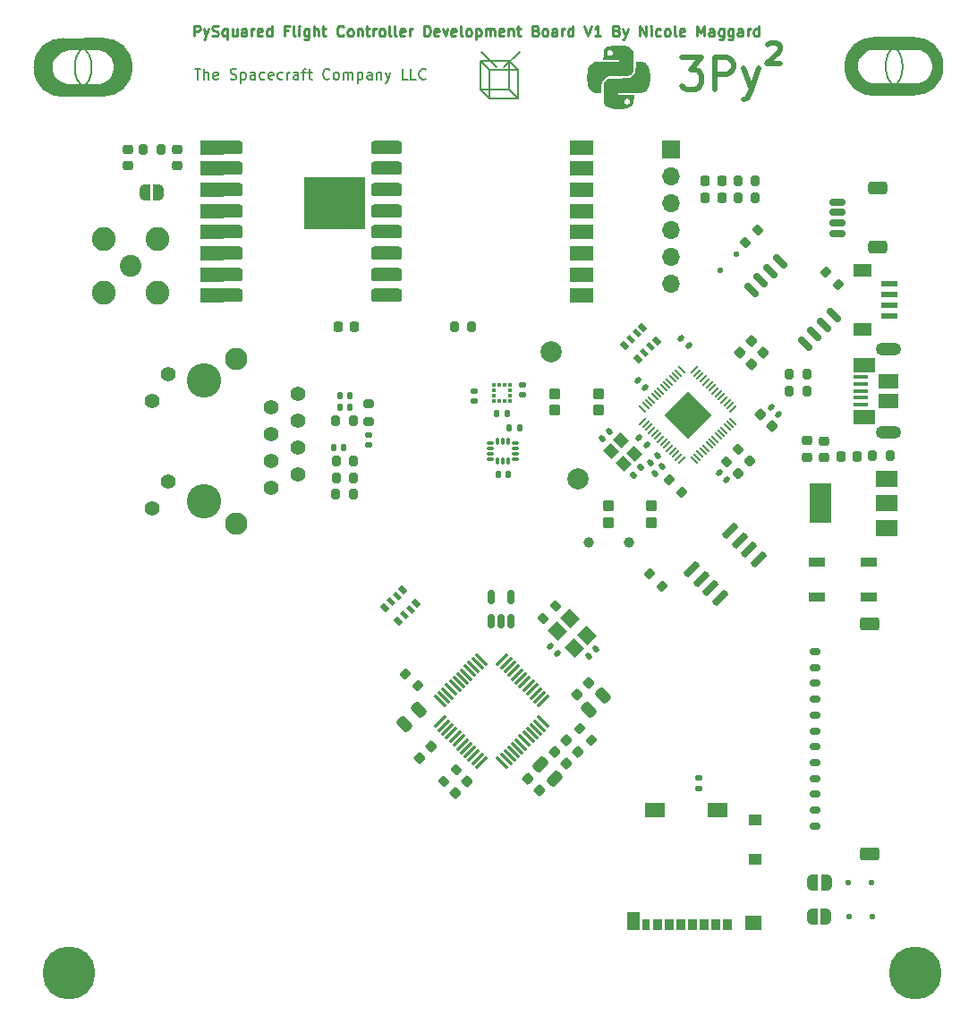
<source format=gbr>
%TF.GenerationSoftware,KiCad,Pcbnew,7.0.5*%
%TF.CreationDate,2023-07-31T22:06:35-07:00*%
%TF.ProjectId,flight_computer_dev_board_rfm98pw,666c6967-6874-45f6-936f-6d7075746572,rev?*%
%TF.SameCoordinates,Original*%
%TF.FileFunction,Soldermask,Top*%
%TF.FilePolarity,Negative*%
%FSLAX46Y46*%
G04 Gerber Fmt 4.6, Leading zero omitted, Abs format (unit mm)*
G04 Created by KiCad (PCBNEW 7.0.5) date 2023-07-31 22:06:35*
%MOMM*%
%LPD*%
G01*
G04 APERTURE LIST*
G04 Aperture macros list*
%AMRoundRect*
0 Rectangle with rounded corners*
0 $1 Rounding radius*
0 $2 $3 $4 $5 $6 $7 $8 $9 X,Y pos of 4 corners*
0 Add a 4 corners polygon primitive as box body*
4,1,4,$2,$3,$4,$5,$6,$7,$8,$9,$2,$3,0*
0 Add four circle primitives for the rounded corners*
1,1,$1+$1,$2,$3*
1,1,$1+$1,$4,$5*
1,1,$1+$1,$6,$7*
1,1,$1+$1,$8,$9*
0 Add four rect primitives between the rounded corners*
20,1,$1+$1,$2,$3,$4,$5,0*
20,1,$1+$1,$4,$5,$6,$7,0*
20,1,$1+$1,$6,$7,$8,$9,0*
20,1,$1+$1,$8,$9,$2,$3,0*%
%AMRotRect*
0 Rectangle, with rotation*
0 The origin of the aperture is its center*
0 $1 length*
0 $2 width*
0 $3 Rotation angle, in degrees counterclockwise*
0 Add horizontal line*
21,1,$1,$2,0,0,$3*%
%AMFreePoly0*
4,1,19,0.500000,-0.750000,0.000000,-0.750000,0.000000,-0.744911,-0.071157,-0.744911,-0.207708,-0.704816,-0.327430,-0.627875,-0.420627,-0.520320,-0.479746,-0.390866,-0.500000,-0.250000,-0.500000,0.250000,-0.479746,0.390866,-0.420627,0.520320,-0.327430,0.627875,-0.207708,0.704816,-0.071157,0.744911,0.000000,0.744911,0.000000,0.750000,0.500000,0.750000,0.500000,-0.750000,0.500000,-0.750000,
$1*%
%AMFreePoly1*
4,1,19,0.000000,0.744911,0.071157,0.744911,0.207708,0.704816,0.327430,0.627875,0.420627,0.520320,0.479746,0.390866,0.500000,0.250000,0.500000,-0.250000,0.479746,-0.390866,0.420627,-0.520320,0.327430,-0.627875,0.207708,-0.704816,0.071157,-0.744911,0.000000,-0.744911,0.000000,-0.750000,-0.500000,-0.750000,-0.500000,0.750000,0.000000,0.750000,0.000000,0.744911,0.000000,0.744911,
$1*%
G04 Aperture macros list end*
%ADD10C,0.200000*%
%ADD11C,0.150000*%
%ADD12C,0.500000*%
%ADD13C,0.250000*%
%ADD14RoundRect,0.218750X0.026517X-0.335876X0.335876X-0.026517X-0.026517X0.335876X-0.335876X0.026517X0*%
%ADD15RotRect,0.800000X0.500000X135.000000*%
%ADD16RotRect,0.800000X0.400000X135.000000*%
%ADD17RoundRect,0.140000X-0.021213X0.219203X-0.219203X0.021213X0.021213X-0.219203X0.219203X-0.021213X0*%
%ADD18RoundRect,0.225000X0.250000X-0.225000X0.250000X0.225000X-0.250000X0.225000X-0.250000X-0.225000X0*%
%ADD19RoundRect,0.200000X-0.200000X-0.275000X0.200000X-0.275000X0.200000X0.275000X-0.200000X0.275000X0*%
%ADD20RoundRect,0.140000X-0.140000X-0.170000X0.140000X-0.170000X0.140000X0.170000X-0.140000X0.170000X0*%
%ADD21RoundRect,0.135000X0.185000X-0.135000X0.185000X0.135000X-0.185000X0.135000X-0.185000X-0.135000X0*%
%ADD22C,2.050000*%
%ADD23C,2.250000*%
%ADD24RoundRect,0.225000X-0.250000X0.225000X-0.250000X-0.225000X0.250000X-0.225000X0.250000X0.225000X0*%
%ADD25RoundRect,0.200000X0.200000X0.275000X-0.200000X0.275000X-0.200000X-0.275000X0.200000X-0.275000X0*%
%ADD26R,2.000000X1.500000*%
%ADD27R,2.000000X3.800000*%
%ADD28R,1.550000X0.600000*%
%ADD29R,1.800000X1.200000*%
%ADD30RoundRect,0.250000X0.159099X-0.512652X0.512652X-0.159099X-0.159099X0.512652X-0.512652X0.159099X0*%
%ADD31RoundRect,0.140000X0.021213X-0.219203X0.219203X-0.021213X-0.021213X0.219203X-0.219203X0.021213X0*%
%ADD32RoundRect,0.250000X0.512652X0.159099X0.159099X0.512652X-0.512652X-0.159099X-0.159099X-0.512652X0*%
%ADD33RoundRect,0.218750X0.218750X0.256250X-0.218750X0.256250X-0.218750X-0.256250X0.218750X-0.256250X0*%
%ADD34RoundRect,0.200000X-0.335876X-0.053033X-0.053033X-0.335876X0.335876X0.053033X0.053033X0.335876X0*%
%ADD35RoundRect,0.218750X-0.218750X-0.256250X0.218750X-0.256250X0.218750X0.256250X-0.218750X0.256250X0*%
%ADD36RoundRect,0.225000X-0.017678X0.335876X-0.335876X0.017678X0.017678X-0.335876X0.335876X-0.017678X0*%
%ADD37RoundRect,0.050800X-0.450000X-0.450000X0.450000X-0.450000X0.450000X0.450000X-0.450000X0.450000X0*%
%ADD38RoundRect,0.140000X-0.170000X0.140000X-0.170000X-0.140000X0.170000X-0.140000X0.170000X0.140000X0*%
%ADD39RoundRect,0.225000X0.017678X-0.335876X0.335876X-0.017678X-0.017678X0.335876X-0.335876X0.017678X0*%
%ADD40RotRect,1.400000X1.200000X315.000000*%
%ADD41RoundRect,0.135000X-0.035355X0.226274X-0.226274X0.035355X0.035355X-0.226274X0.226274X-0.035355X0*%
%ADD42RoundRect,0.225000X-0.335876X-0.017678X-0.017678X-0.335876X0.335876X0.017678X0.017678X0.335876X0*%
%ADD43RoundRect,0.200000X0.053033X-0.335876X0.335876X-0.053033X-0.053033X0.335876X-0.335876X0.053033X0*%
%ADD44RotRect,1.150000X1.000000X315.000000*%
%ADD45RoundRect,0.140000X0.219203X0.021213X0.021213X0.219203X-0.219203X-0.021213X-0.021213X-0.219203X0*%
%ADD46FreePoly0,0.000000*%
%ADD47FreePoly1,0.000000*%
%ADD48C,5.000000*%
%ADD49RoundRect,0.200000X0.335876X0.053033X0.053033X0.335876X-0.335876X-0.053033X-0.053033X-0.335876X0*%
%ADD50RoundRect,0.063500X1.000000X0.650000X-1.000000X0.650000X-1.000000X-0.650000X1.000000X-0.650000X0*%
%ADD51RoundRect,0.063500X2.849999X2.400000X-2.849999X2.400000X-2.849999X-2.400000X2.849999X-2.400000X0*%
%ADD52RoundRect,0.200000X-0.275000X0.200000X-0.275000X-0.200000X0.275000X-0.200000X0.275000X0.200000X0*%
%ADD53RoundRect,0.150000X0.150000X-0.512500X0.150000X0.512500X-0.150000X0.512500X-0.150000X-0.512500X0*%
%ADD54C,2.000000*%
%ADD55RoundRect,0.125000X-0.125000X-0.125000X0.125000X-0.125000X0.125000X0.125000X-0.125000X0.125000X0*%
%ADD56RoundRect,0.087500X-0.225000X-0.087500X0.225000X-0.087500X0.225000X0.087500X-0.225000X0.087500X0*%
%ADD57RoundRect,0.087500X-0.087500X-0.225000X0.087500X-0.225000X0.087500X0.225000X-0.087500X0.225000X0*%
%ADD58RoundRect,0.150000X-0.565685X0.353553X0.353553X-0.565685X0.565685X-0.353553X-0.353553X0.565685X0*%
%ADD59RoundRect,0.140000X-0.219203X-0.021213X-0.021213X-0.219203X0.219203X0.021213X0.021213X0.219203X0*%
%ADD60R,1.500000X0.900000*%
%ADD61RoundRect,0.125000X0.000000X-0.176777X0.176777X0.000000X0.000000X0.176777X-0.176777X0.000000X0*%
%ADD62R,0.850000X1.100000*%
%ADD63R,0.750000X1.100000*%
%ADD64R,1.200000X1.000000*%
%ADD65R,1.550000X1.350000*%
%ADD66R,1.900000X1.350000*%
%ADD67R,1.170000X1.800000*%
%ADD68RoundRect,0.150000X0.625000X-0.150000X0.625000X0.150000X-0.625000X0.150000X-0.625000X-0.150000X0*%
%ADD69RoundRect,0.250000X0.650000X-0.350000X0.650000X0.350000X-0.650000X0.350000X-0.650000X-0.350000X0*%
%ADD70RoundRect,0.050000X-0.309359X0.238649X0.238649X-0.309359X0.309359X-0.238649X-0.238649X0.309359X0*%
%ADD71RoundRect,0.050000X-0.309359X-0.238649X-0.238649X-0.309359X0.309359X0.238649X0.238649X0.309359X0*%
%ADD72RotRect,3.200000X3.200000X315.000000*%
%ADD73RoundRect,0.317500X1.157500X0.317500X-1.157500X0.317500X-1.157500X-0.317500X1.157500X-0.317500X0*%
%ADD74R,0.375000X0.350000*%
%ADD75R,0.350000X0.375000*%
%ADD76RoundRect,0.225000X0.225000X0.250000X-0.225000X0.250000X-0.225000X-0.250000X0.225000X-0.250000X0*%
%ADD77RoundRect,0.150000X0.350000X-0.150000X0.350000X0.150000X-0.350000X0.150000X-0.350000X-0.150000X0*%
%ADD78RoundRect,0.250000X0.650000X-0.375000X0.650000X0.375000X-0.650000X0.375000X-0.650000X-0.375000X0*%
%ADD79RoundRect,0.150000X0.406586X0.618718X-0.618718X-0.406586X-0.406586X-0.618718X0.618718X0.406586X0*%
%ADD80RoundRect,0.200000X-0.053033X0.335876X-0.335876X0.053033X0.053033X-0.335876X0.335876X-0.053033X0*%
%ADD81RoundRect,0.225000X0.335876X0.017678X0.017678X0.335876X-0.335876X-0.017678X-0.017678X-0.335876X0*%
%ADD82R,1.380000X0.450000*%
%ADD83O,2.416000X1.208000*%
%ADD84R,2.100000X1.475000*%
%ADD85R,1.900000X1.375000*%
%ADD86RoundRect,0.075000X-0.415425X-0.521491X0.521491X0.415425X0.415425X0.521491X-0.521491X-0.415425X0*%
%ADD87RoundRect,0.075000X0.415425X-0.521491X0.521491X-0.415425X-0.415425X0.521491X-0.521491X0.415425X0*%
%ADD88R,1.700000X1.700000*%
%ADD89O,1.700000X1.700000*%
%ADD90C,1.000000*%
%ADD91C,3.251200*%
%ADD92C,1.397000*%
%ADD93C,2.108200*%
G04 APERTURE END LIST*
D10*
X187840000Y-52410000D02*
X186360000Y-50930000D01*
D11*
X153291978Y-52405459D02*
G75*
G03*
X153291978Y-52405459I-2692408J0D01*
G01*
D10*
X189040000Y-51820000D02*
X186340000Y-51820000D01*
X186340000Y-51820000D02*
X187190000Y-52670000D01*
X186340000Y-54520000D02*
X189040000Y-54520000D01*
X189040000Y-54520000D02*
X189040000Y-51820000D01*
D11*
X146799570Y-55127504D02*
X150599570Y-55134011D01*
D10*
X189040000Y-54520000D02*
X189890000Y-55370000D01*
X186340000Y-54520000D02*
X186340000Y-51820000D01*
D11*
X223543845Y-55035798D02*
X227343845Y-55042305D01*
X149506967Y-52430757D02*
G75*
G03*
X149506967Y-52430757I-2707397J0D01*
G01*
X230036253Y-52313753D02*
G75*
G03*
X230036253Y-52313753I-2692408J0D01*
G01*
X227393845Y-49635798D02*
X223593845Y-49642305D01*
X150649570Y-49727504D02*
X146849570Y-49734011D01*
D10*
X189890000Y-55370000D02*
X189890000Y-52670000D01*
X189040000Y-51820000D02*
X189890000Y-52670000D01*
X187190000Y-52670000D02*
X187190000Y-55370000D01*
X187190000Y-55370000D02*
X186340000Y-54520000D01*
X189890000Y-52670000D02*
X187190000Y-52670000D01*
X187190000Y-55370000D02*
X189890000Y-55370000D01*
X188520000Y-52390000D02*
X189990000Y-50920000D01*
D11*
X226251242Y-52339051D02*
G75*
G03*
X226251242Y-52339051I-2707397J0D01*
G01*
D12*
X213498571Y-50289714D02*
X213593809Y-50194476D01*
X213593809Y-50194476D02*
X213784285Y-50099238D01*
X213784285Y-50099238D02*
X214260476Y-50099238D01*
X214260476Y-50099238D02*
X214450952Y-50194476D01*
X214450952Y-50194476D02*
X214546190Y-50289714D01*
X214546190Y-50289714D02*
X214641428Y-50480190D01*
X214641428Y-50480190D02*
X214641428Y-50670666D01*
X214641428Y-50670666D02*
X214546190Y-50956380D01*
X214546190Y-50956380D02*
X213403333Y-52099238D01*
X213403333Y-52099238D02*
X214641428Y-52099238D01*
X205367143Y-51481857D02*
X207224286Y-51481857D01*
X207224286Y-51481857D02*
X206224286Y-52624714D01*
X206224286Y-52624714D02*
X206652857Y-52624714D01*
X206652857Y-52624714D02*
X206938572Y-52767571D01*
X206938572Y-52767571D02*
X207081429Y-52910428D01*
X207081429Y-52910428D02*
X207224286Y-53196142D01*
X207224286Y-53196142D02*
X207224286Y-53910428D01*
X207224286Y-53910428D02*
X207081429Y-54196142D01*
X207081429Y-54196142D02*
X206938572Y-54339000D01*
X206938572Y-54339000D02*
X206652857Y-54481857D01*
X206652857Y-54481857D02*
X205795714Y-54481857D01*
X205795714Y-54481857D02*
X205510000Y-54339000D01*
X205510000Y-54339000D02*
X205367143Y-54196142D01*
X208510000Y-54481857D02*
X208510000Y-51481857D01*
X208510000Y-51481857D02*
X209652857Y-51481857D01*
X209652857Y-51481857D02*
X209938572Y-51624714D01*
X209938572Y-51624714D02*
X210081429Y-51767571D01*
X210081429Y-51767571D02*
X210224286Y-52053285D01*
X210224286Y-52053285D02*
X210224286Y-52481857D01*
X210224286Y-52481857D02*
X210081429Y-52767571D01*
X210081429Y-52767571D02*
X209938572Y-52910428D01*
X209938572Y-52910428D02*
X209652857Y-53053285D01*
X209652857Y-53053285D02*
X208510000Y-53053285D01*
X211224286Y-52481857D02*
X211938572Y-54481857D01*
X212652857Y-52481857D02*
X211938572Y-54481857D01*
X211938572Y-54481857D02*
X211652857Y-55196142D01*
X211652857Y-55196142D02*
X211510000Y-55339000D01*
X211510000Y-55339000D02*
X211224286Y-55481857D01*
D11*
X159263922Y-52559819D02*
X159835350Y-52559819D01*
X159549636Y-53559819D02*
X159549636Y-52559819D01*
X160168684Y-53559819D02*
X160168684Y-52559819D01*
X160597255Y-53559819D02*
X160597255Y-53036009D01*
X160597255Y-53036009D02*
X160549636Y-52940771D01*
X160549636Y-52940771D02*
X160454398Y-52893152D01*
X160454398Y-52893152D02*
X160311541Y-52893152D01*
X160311541Y-52893152D02*
X160216303Y-52940771D01*
X160216303Y-52940771D02*
X160168684Y-52988390D01*
X161454398Y-53512200D02*
X161359160Y-53559819D01*
X161359160Y-53559819D02*
X161168684Y-53559819D01*
X161168684Y-53559819D02*
X161073446Y-53512200D01*
X161073446Y-53512200D02*
X161025827Y-53416961D01*
X161025827Y-53416961D02*
X161025827Y-53036009D01*
X161025827Y-53036009D02*
X161073446Y-52940771D01*
X161073446Y-52940771D02*
X161168684Y-52893152D01*
X161168684Y-52893152D02*
X161359160Y-52893152D01*
X161359160Y-52893152D02*
X161454398Y-52940771D01*
X161454398Y-52940771D02*
X161502017Y-53036009D01*
X161502017Y-53036009D02*
X161502017Y-53131247D01*
X161502017Y-53131247D02*
X161025827Y-53226485D01*
X162644875Y-53512200D02*
X162787732Y-53559819D01*
X162787732Y-53559819D02*
X163025827Y-53559819D01*
X163025827Y-53559819D02*
X163121065Y-53512200D01*
X163121065Y-53512200D02*
X163168684Y-53464580D01*
X163168684Y-53464580D02*
X163216303Y-53369342D01*
X163216303Y-53369342D02*
X163216303Y-53274104D01*
X163216303Y-53274104D02*
X163168684Y-53178866D01*
X163168684Y-53178866D02*
X163121065Y-53131247D01*
X163121065Y-53131247D02*
X163025827Y-53083628D01*
X163025827Y-53083628D02*
X162835351Y-53036009D01*
X162835351Y-53036009D02*
X162740113Y-52988390D01*
X162740113Y-52988390D02*
X162692494Y-52940771D01*
X162692494Y-52940771D02*
X162644875Y-52845533D01*
X162644875Y-52845533D02*
X162644875Y-52750295D01*
X162644875Y-52750295D02*
X162692494Y-52655057D01*
X162692494Y-52655057D02*
X162740113Y-52607438D01*
X162740113Y-52607438D02*
X162835351Y-52559819D01*
X162835351Y-52559819D02*
X163073446Y-52559819D01*
X163073446Y-52559819D02*
X163216303Y-52607438D01*
X163644875Y-52893152D02*
X163644875Y-53893152D01*
X163644875Y-52940771D02*
X163740113Y-52893152D01*
X163740113Y-52893152D02*
X163930589Y-52893152D01*
X163930589Y-52893152D02*
X164025827Y-52940771D01*
X164025827Y-52940771D02*
X164073446Y-52988390D01*
X164073446Y-52988390D02*
X164121065Y-53083628D01*
X164121065Y-53083628D02*
X164121065Y-53369342D01*
X164121065Y-53369342D02*
X164073446Y-53464580D01*
X164073446Y-53464580D02*
X164025827Y-53512200D01*
X164025827Y-53512200D02*
X163930589Y-53559819D01*
X163930589Y-53559819D02*
X163740113Y-53559819D01*
X163740113Y-53559819D02*
X163644875Y-53512200D01*
X164978208Y-53559819D02*
X164978208Y-53036009D01*
X164978208Y-53036009D02*
X164930589Y-52940771D01*
X164930589Y-52940771D02*
X164835351Y-52893152D01*
X164835351Y-52893152D02*
X164644875Y-52893152D01*
X164644875Y-52893152D02*
X164549637Y-52940771D01*
X164978208Y-53512200D02*
X164882970Y-53559819D01*
X164882970Y-53559819D02*
X164644875Y-53559819D01*
X164644875Y-53559819D02*
X164549637Y-53512200D01*
X164549637Y-53512200D02*
X164502018Y-53416961D01*
X164502018Y-53416961D02*
X164502018Y-53321723D01*
X164502018Y-53321723D02*
X164549637Y-53226485D01*
X164549637Y-53226485D02*
X164644875Y-53178866D01*
X164644875Y-53178866D02*
X164882970Y-53178866D01*
X164882970Y-53178866D02*
X164978208Y-53131247D01*
X165882970Y-53512200D02*
X165787732Y-53559819D01*
X165787732Y-53559819D02*
X165597256Y-53559819D01*
X165597256Y-53559819D02*
X165502018Y-53512200D01*
X165502018Y-53512200D02*
X165454399Y-53464580D01*
X165454399Y-53464580D02*
X165406780Y-53369342D01*
X165406780Y-53369342D02*
X165406780Y-53083628D01*
X165406780Y-53083628D02*
X165454399Y-52988390D01*
X165454399Y-52988390D02*
X165502018Y-52940771D01*
X165502018Y-52940771D02*
X165597256Y-52893152D01*
X165597256Y-52893152D02*
X165787732Y-52893152D01*
X165787732Y-52893152D02*
X165882970Y-52940771D01*
X166692494Y-53512200D02*
X166597256Y-53559819D01*
X166597256Y-53559819D02*
X166406780Y-53559819D01*
X166406780Y-53559819D02*
X166311542Y-53512200D01*
X166311542Y-53512200D02*
X166263923Y-53416961D01*
X166263923Y-53416961D02*
X166263923Y-53036009D01*
X166263923Y-53036009D02*
X166311542Y-52940771D01*
X166311542Y-52940771D02*
X166406780Y-52893152D01*
X166406780Y-52893152D02*
X166597256Y-52893152D01*
X166597256Y-52893152D02*
X166692494Y-52940771D01*
X166692494Y-52940771D02*
X166740113Y-53036009D01*
X166740113Y-53036009D02*
X166740113Y-53131247D01*
X166740113Y-53131247D02*
X166263923Y-53226485D01*
X167597256Y-53512200D02*
X167502018Y-53559819D01*
X167502018Y-53559819D02*
X167311542Y-53559819D01*
X167311542Y-53559819D02*
X167216304Y-53512200D01*
X167216304Y-53512200D02*
X167168685Y-53464580D01*
X167168685Y-53464580D02*
X167121066Y-53369342D01*
X167121066Y-53369342D02*
X167121066Y-53083628D01*
X167121066Y-53083628D02*
X167168685Y-52988390D01*
X167168685Y-52988390D02*
X167216304Y-52940771D01*
X167216304Y-52940771D02*
X167311542Y-52893152D01*
X167311542Y-52893152D02*
X167502018Y-52893152D01*
X167502018Y-52893152D02*
X167597256Y-52940771D01*
X168025828Y-53559819D02*
X168025828Y-52893152D01*
X168025828Y-53083628D02*
X168073447Y-52988390D01*
X168073447Y-52988390D02*
X168121066Y-52940771D01*
X168121066Y-52940771D02*
X168216304Y-52893152D01*
X168216304Y-52893152D02*
X168311542Y-52893152D01*
X169073447Y-53559819D02*
X169073447Y-53036009D01*
X169073447Y-53036009D02*
X169025828Y-52940771D01*
X169025828Y-52940771D02*
X168930590Y-52893152D01*
X168930590Y-52893152D02*
X168740114Y-52893152D01*
X168740114Y-52893152D02*
X168644876Y-52940771D01*
X169073447Y-53512200D02*
X168978209Y-53559819D01*
X168978209Y-53559819D02*
X168740114Y-53559819D01*
X168740114Y-53559819D02*
X168644876Y-53512200D01*
X168644876Y-53512200D02*
X168597257Y-53416961D01*
X168597257Y-53416961D02*
X168597257Y-53321723D01*
X168597257Y-53321723D02*
X168644876Y-53226485D01*
X168644876Y-53226485D02*
X168740114Y-53178866D01*
X168740114Y-53178866D02*
X168978209Y-53178866D01*
X168978209Y-53178866D02*
X169073447Y-53131247D01*
X169406781Y-52893152D02*
X169787733Y-52893152D01*
X169549638Y-53559819D02*
X169549638Y-52702676D01*
X169549638Y-52702676D02*
X169597257Y-52607438D01*
X169597257Y-52607438D02*
X169692495Y-52559819D01*
X169692495Y-52559819D02*
X169787733Y-52559819D01*
X169978210Y-52893152D02*
X170359162Y-52893152D01*
X170121067Y-52559819D02*
X170121067Y-53416961D01*
X170121067Y-53416961D02*
X170168686Y-53512200D01*
X170168686Y-53512200D02*
X170263924Y-53559819D01*
X170263924Y-53559819D02*
X170359162Y-53559819D01*
X172025829Y-53464580D02*
X171978210Y-53512200D01*
X171978210Y-53512200D02*
X171835353Y-53559819D01*
X171835353Y-53559819D02*
X171740115Y-53559819D01*
X171740115Y-53559819D02*
X171597258Y-53512200D01*
X171597258Y-53512200D02*
X171502020Y-53416961D01*
X171502020Y-53416961D02*
X171454401Y-53321723D01*
X171454401Y-53321723D02*
X171406782Y-53131247D01*
X171406782Y-53131247D02*
X171406782Y-52988390D01*
X171406782Y-52988390D02*
X171454401Y-52797914D01*
X171454401Y-52797914D02*
X171502020Y-52702676D01*
X171502020Y-52702676D02*
X171597258Y-52607438D01*
X171597258Y-52607438D02*
X171740115Y-52559819D01*
X171740115Y-52559819D02*
X171835353Y-52559819D01*
X171835353Y-52559819D02*
X171978210Y-52607438D01*
X171978210Y-52607438D02*
X172025829Y-52655057D01*
X172597258Y-53559819D02*
X172502020Y-53512200D01*
X172502020Y-53512200D02*
X172454401Y-53464580D01*
X172454401Y-53464580D02*
X172406782Y-53369342D01*
X172406782Y-53369342D02*
X172406782Y-53083628D01*
X172406782Y-53083628D02*
X172454401Y-52988390D01*
X172454401Y-52988390D02*
X172502020Y-52940771D01*
X172502020Y-52940771D02*
X172597258Y-52893152D01*
X172597258Y-52893152D02*
X172740115Y-52893152D01*
X172740115Y-52893152D02*
X172835353Y-52940771D01*
X172835353Y-52940771D02*
X172882972Y-52988390D01*
X172882972Y-52988390D02*
X172930591Y-53083628D01*
X172930591Y-53083628D02*
X172930591Y-53369342D01*
X172930591Y-53369342D02*
X172882972Y-53464580D01*
X172882972Y-53464580D02*
X172835353Y-53512200D01*
X172835353Y-53512200D02*
X172740115Y-53559819D01*
X172740115Y-53559819D02*
X172597258Y-53559819D01*
X173359163Y-53559819D02*
X173359163Y-52893152D01*
X173359163Y-52988390D02*
X173406782Y-52940771D01*
X173406782Y-52940771D02*
X173502020Y-52893152D01*
X173502020Y-52893152D02*
X173644877Y-52893152D01*
X173644877Y-52893152D02*
X173740115Y-52940771D01*
X173740115Y-52940771D02*
X173787734Y-53036009D01*
X173787734Y-53036009D02*
X173787734Y-53559819D01*
X173787734Y-53036009D02*
X173835353Y-52940771D01*
X173835353Y-52940771D02*
X173930591Y-52893152D01*
X173930591Y-52893152D02*
X174073448Y-52893152D01*
X174073448Y-52893152D02*
X174168687Y-52940771D01*
X174168687Y-52940771D02*
X174216306Y-53036009D01*
X174216306Y-53036009D02*
X174216306Y-53559819D01*
X174692496Y-52893152D02*
X174692496Y-53893152D01*
X174692496Y-52940771D02*
X174787734Y-52893152D01*
X174787734Y-52893152D02*
X174978210Y-52893152D01*
X174978210Y-52893152D02*
X175073448Y-52940771D01*
X175073448Y-52940771D02*
X175121067Y-52988390D01*
X175121067Y-52988390D02*
X175168686Y-53083628D01*
X175168686Y-53083628D02*
X175168686Y-53369342D01*
X175168686Y-53369342D02*
X175121067Y-53464580D01*
X175121067Y-53464580D02*
X175073448Y-53512200D01*
X175073448Y-53512200D02*
X174978210Y-53559819D01*
X174978210Y-53559819D02*
X174787734Y-53559819D01*
X174787734Y-53559819D02*
X174692496Y-53512200D01*
X176025829Y-53559819D02*
X176025829Y-53036009D01*
X176025829Y-53036009D02*
X175978210Y-52940771D01*
X175978210Y-52940771D02*
X175882972Y-52893152D01*
X175882972Y-52893152D02*
X175692496Y-52893152D01*
X175692496Y-52893152D02*
X175597258Y-52940771D01*
X176025829Y-53512200D02*
X175930591Y-53559819D01*
X175930591Y-53559819D02*
X175692496Y-53559819D01*
X175692496Y-53559819D02*
X175597258Y-53512200D01*
X175597258Y-53512200D02*
X175549639Y-53416961D01*
X175549639Y-53416961D02*
X175549639Y-53321723D01*
X175549639Y-53321723D02*
X175597258Y-53226485D01*
X175597258Y-53226485D02*
X175692496Y-53178866D01*
X175692496Y-53178866D02*
X175930591Y-53178866D01*
X175930591Y-53178866D02*
X176025829Y-53131247D01*
X176502020Y-52893152D02*
X176502020Y-53559819D01*
X176502020Y-52988390D02*
X176549639Y-52940771D01*
X176549639Y-52940771D02*
X176644877Y-52893152D01*
X176644877Y-52893152D02*
X176787734Y-52893152D01*
X176787734Y-52893152D02*
X176882972Y-52940771D01*
X176882972Y-52940771D02*
X176930591Y-53036009D01*
X176930591Y-53036009D02*
X176930591Y-53559819D01*
X177311544Y-52893152D02*
X177549639Y-53559819D01*
X177787734Y-52893152D02*
X177549639Y-53559819D01*
X177549639Y-53559819D02*
X177454401Y-53797914D01*
X177454401Y-53797914D02*
X177406782Y-53845533D01*
X177406782Y-53845533D02*
X177311544Y-53893152D01*
X179406782Y-53559819D02*
X178930592Y-53559819D01*
X178930592Y-53559819D02*
X178930592Y-52559819D01*
X180216306Y-53559819D02*
X179740116Y-53559819D01*
X179740116Y-53559819D02*
X179740116Y-52559819D01*
X181121068Y-53464580D02*
X181073449Y-53512200D01*
X181073449Y-53512200D02*
X180930592Y-53559819D01*
X180930592Y-53559819D02*
X180835354Y-53559819D01*
X180835354Y-53559819D02*
X180692497Y-53512200D01*
X180692497Y-53512200D02*
X180597259Y-53416961D01*
X180597259Y-53416961D02*
X180549640Y-53321723D01*
X180549640Y-53321723D02*
X180502021Y-53131247D01*
X180502021Y-53131247D02*
X180502021Y-52988390D01*
X180502021Y-52988390D02*
X180549640Y-52797914D01*
X180549640Y-52797914D02*
X180597259Y-52702676D01*
X180597259Y-52702676D02*
X180692497Y-52607438D01*
X180692497Y-52607438D02*
X180835354Y-52559819D01*
X180835354Y-52559819D02*
X180930592Y-52559819D01*
X180930592Y-52559819D02*
X181073449Y-52607438D01*
X181073449Y-52607438D02*
X181121068Y-52655057D01*
D13*
X159205709Y-49464619D02*
X159205709Y-48464619D01*
X159205709Y-48464619D02*
X159586661Y-48464619D01*
X159586661Y-48464619D02*
X159681899Y-48512238D01*
X159681899Y-48512238D02*
X159729518Y-48559857D01*
X159729518Y-48559857D02*
X159777137Y-48655095D01*
X159777137Y-48655095D02*
X159777137Y-48797952D01*
X159777137Y-48797952D02*
X159729518Y-48893190D01*
X159729518Y-48893190D02*
X159681899Y-48940809D01*
X159681899Y-48940809D02*
X159586661Y-48988428D01*
X159586661Y-48988428D02*
X159205709Y-48988428D01*
X160110471Y-48797952D02*
X160348566Y-49464619D01*
X160586661Y-48797952D02*
X160348566Y-49464619D01*
X160348566Y-49464619D02*
X160253328Y-49702714D01*
X160253328Y-49702714D02*
X160205709Y-49750333D01*
X160205709Y-49750333D02*
X160110471Y-49797952D01*
X160919995Y-49417000D02*
X161062852Y-49464619D01*
X161062852Y-49464619D02*
X161300947Y-49464619D01*
X161300947Y-49464619D02*
X161396185Y-49417000D01*
X161396185Y-49417000D02*
X161443804Y-49369380D01*
X161443804Y-49369380D02*
X161491423Y-49274142D01*
X161491423Y-49274142D02*
X161491423Y-49178904D01*
X161491423Y-49178904D02*
X161443804Y-49083666D01*
X161443804Y-49083666D02*
X161396185Y-49036047D01*
X161396185Y-49036047D02*
X161300947Y-48988428D01*
X161300947Y-48988428D02*
X161110471Y-48940809D01*
X161110471Y-48940809D02*
X161015233Y-48893190D01*
X161015233Y-48893190D02*
X160967614Y-48845571D01*
X160967614Y-48845571D02*
X160919995Y-48750333D01*
X160919995Y-48750333D02*
X160919995Y-48655095D01*
X160919995Y-48655095D02*
X160967614Y-48559857D01*
X160967614Y-48559857D02*
X161015233Y-48512238D01*
X161015233Y-48512238D02*
X161110471Y-48464619D01*
X161110471Y-48464619D02*
X161348566Y-48464619D01*
X161348566Y-48464619D02*
X161491423Y-48512238D01*
X162348566Y-48797952D02*
X162348566Y-49797952D01*
X162348566Y-49417000D02*
X162253328Y-49464619D01*
X162253328Y-49464619D02*
X162062852Y-49464619D01*
X162062852Y-49464619D02*
X161967614Y-49417000D01*
X161967614Y-49417000D02*
X161919995Y-49369380D01*
X161919995Y-49369380D02*
X161872376Y-49274142D01*
X161872376Y-49274142D02*
X161872376Y-48988428D01*
X161872376Y-48988428D02*
X161919995Y-48893190D01*
X161919995Y-48893190D02*
X161967614Y-48845571D01*
X161967614Y-48845571D02*
X162062852Y-48797952D01*
X162062852Y-48797952D02*
X162253328Y-48797952D01*
X162253328Y-48797952D02*
X162348566Y-48845571D01*
X163253328Y-48797952D02*
X163253328Y-49464619D01*
X162824757Y-48797952D02*
X162824757Y-49321761D01*
X162824757Y-49321761D02*
X162872376Y-49417000D01*
X162872376Y-49417000D02*
X162967614Y-49464619D01*
X162967614Y-49464619D02*
X163110471Y-49464619D01*
X163110471Y-49464619D02*
X163205709Y-49417000D01*
X163205709Y-49417000D02*
X163253328Y-49369380D01*
X164158090Y-49464619D02*
X164158090Y-48940809D01*
X164158090Y-48940809D02*
X164110471Y-48845571D01*
X164110471Y-48845571D02*
X164015233Y-48797952D01*
X164015233Y-48797952D02*
X163824757Y-48797952D01*
X163824757Y-48797952D02*
X163729519Y-48845571D01*
X164158090Y-49417000D02*
X164062852Y-49464619D01*
X164062852Y-49464619D02*
X163824757Y-49464619D01*
X163824757Y-49464619D02*
X163729519Y-49417000D01*
X163729519Y-49417000D02*
X163681900Y-49321761D01*
X163681900Y-49321761D02*
X163681900Y-49226523D01*
X163681900Y-49226523D02*
X163729519Y-49131285D01*
X163729519Y-49131285D02*
X163824757Y-49083666D01*
X163824757Y-49083666D02*
X164062852Y-49083666D01*
X164062852Y-49083666D02*
X164158090Y-49036047D01*
X164634281Y-49464619D02*
X164634281Y-48797952D01*
X164634281Y-48988428D02*
X164681900Y-48893190D01*
X164681900Y-48893190D02*
X164729519Y-48845571D01*
X164729519Y-48845571D02*
X164824757Y-48797952D01*
X164824757Y-48797952D02*
X164919995Y-48797952D01*
X165634281Y-49417000D02*
X165539043Y-49464619D01*
X165539043Y-49464619D02*
X165348567Y-49464619D01*
X165348567Y-49464619D02*
X165253329Y-49417000D01*
X165253329Y-49417000D02*
X165205710Y-49321761D01*
X165205710Y-49321761D02*
X165205710Y-48940809D01*
X165205710Y-48940809D02*
X165253329Y-48845571D01*
X165253329Y-48845571D02*
X165348567Y-48797952D01*
X165348567Y-48797952D02*
X165539043Y-48797952D01*
X165539043Y-48797952D02*
X165634281Y-48845571D01*
X165634281Y-48845571D02*
X165681900Y-48940809D01*
X165681900Y-48940809D02*
X165681900Y-49036047D01*
X165681900Y-49036047D02*
X165205710Y-49131285D01*
X166539043Y-49464619D02*
X166539043Y-48464619D01*
X166539043Y-49417000D02*
X166443805Y-49464619D01*
X166443805Y-49464619D02*
X166253329Y-49464619D01*
X166253329Y-49464619D02*
X166158091Y-49417000D01*
X166158091Y-49417000D02*
X166110472Y-49369380D01*
X166110472Y-49369380D02*
X166062853Y-49274142D01*
X166062853Y-49274142D02*
X166062853Y-48988428D01*
X166062853Y-48988428D02*
X166110472Y-48893190D01*
X166110472Y-48893190D02*
X166158091Y-48845571D01*
X166158091Y-48845571D02*
X166253329Y-48797952D01*
X166253329Y-48797952D02*
X166443805Y-48797952D01*
X166443805Y-48797952D02*
X166539043Y-48845571D01*
X168110472Y-48940809D02*
X167777139Y-48940809D01*
X167777139Y-49464619D02*
X167777139Y-48464619D01*
X167777139Y-48464619D02*
X168253329Y-48464619D01*
X168777139Y-49464619D02*
X168681901Y-49417000D01*
X168681901Y-49417000D02*
X168634282Y-49321761D01*
X168634282Y-49321761D02*
X168634282Y-48464619D01*
X169158092Y-49464619D02*
X169158092Y-48797952D01*
X169158092Y-48464619D02*
X169110473Y-48512238D01*
X169110473Y-48512238D02*
X169158092Y-48559857D01*
X169158092Y-48559857D02*
X169205711Y-48512238D01*
X169205711Y-48512238D02*
X169158092Y-48464619D01*
X169158092Y-48464619D02*
X169158092Y-48559857D01*
X170062853Y-48797952D02*
X170062853Y-49607476D01*
X170062853Y-49607476D02*
X170015234Y-49702714D01*
X170015234Y-49702714D02*
X169967615Y-49750333D01*
X169967615Y-49750333D02*
X169872377Y-49797952D01*
X169872377Y-49797952D02*
X169729520Y-49797952D01*
X169729520Y-49797952D02*
X169634282Y-49750333D01*
X170062853Y-49417000D02*
X169967615Y-49464619D01*
X169967615Y-49464619D02*
X169777139Y-49464619D01*
X169777139Y-49464619D02*
X169681901Y-49417000D01*
X169681901Y-49417000D02*
X169634282Y-49369380D01*
X169634282Y-49369380D02*
X169586663Y-49274142D01*
X169586663Y-49274142D02*
X169586663Y-48988428D01*
X169586663Y-48988428D02*
X169634282Y-48893190D01*
X169634282Y-48893190D02*
X169681901Y-48845571D01*
X169681901Y-48845571D02*
X169777139Y-48797952D01*
X169777139Y-48797952D02*
X169967615Y-48797952D01*
X169967615Y-48797952D02*
X170062853Y-48845571D01*
X170539044Y-49464619D02*
X170539044Y-48464619D01*
X170967615Y-49464619D02*
X170967615Y-48940809D01*
X170967615Y-48940809D02*
X170919996Y-48845571D01*
X170919996Y-48845571D02*
X170824758Y-48797952D01*
X170824758Y-48797952D02*
X170681901Y-48797952D01*
X170681901Y-48797952D02*
X170586663Y-48845571D01*
X170586663Y-48845571D02*
X170539044Y-48893190D01*
X171300949Y-48797952D02*
X171681901Y-48797952D01*
X171443806Y-48464619D02*
X171443806Y-49321761D01*
X171443806Y-49321761D02*
X171491425Y-49417000D01*
X171491425Y-49417000D02*
X171586663Y-49464619D01*
X171586663Y-49464619D02*
X171681901Y-49464619D01*
X173348568Y-49369380D02*
X173300949Y-49417000D01*
X173300949Y-49417000D02*
X173158092Y-49464619D01*
X173158092Y-49464619D02*
X173062854Y-49464619D01*
X173062854Y-49464619D02*
X172919997Y-49417000D01*
X172919997Y-49417000D02*
X172824759Y-49321761D01*
X172824759Y-49321761D02*
X172777140Y-49226523D01*
X172777140Y-49226523D02*
X172729521Y-49036047D01*
X172729521Y-49036047D02*
X172729521Y-48893190D01*
X172729521Y-48893190D02*
X172777140Y-48702714D01*
X172777140Y-48702714D02*
X172824759Y-48607476D01*
X172824759Y-48607476D02*
X172919997Y-48512238D01*
X172919997Y-48512238D02*
X173062854Y-48464619D01*
X173062854Y-48464619D02*
X173158092Y-48464619D01*
X173158092Y-48464619D02*
X173300949Y-48512238D01*
X173300949Y-48512238D02*
X173348568Y-48559857D01*
X173919997Y-49464619D02*
X173824759Y-49417000D01*
X173824759Y-49417000D02*
X173777140Y-49369380D01*
X173777140Y-49369380D02*
X173729521Y-49274142D01*
X173729521Y-49274142D02*
X173729521Y-48988428D01*
X173729521Y-48988428D02*
X173777140Y-48893190D01*
X173777140Y-48893190D02*
X173824759Y-48845571D01*
X173824759Y-48845571D02*
X173919997Y-48797952D01*
X173919997Y-48797952D02*
X174062854Y-48797952D01*
X174062854Y-48797952D02*
X174158092Y-48845571D01*
X174158092Y-48845571D02*
X174205711Y-48893190D01*
X174205711Y-48893190D02*
X174253330Y-48988428D01*
X174253330Y-48988428D02*
X174253330Y-49274142D01*
X174253330Y-49274142D02*
X174205711Y-49369380D01*
X174205711Y-49369380D02*
X174158092Y-49417000D01*
X174158092Y-49417000D02*
X174062854Y-49464619D01*
X174062854Y-49464619D02*
X173919997Y-49464619D01*
X174681902Y-48797952D02*
X174681902Y-49464619D01*
X174681902Y-48893190D02*
X174729521Y-48845571D01*
X174729521Y-48845571D02*
X174824759Y-48797952D01*
X174824759Y-48797952D02*
X174967616Y-48797952D01*
X174967616Y-48797952D02*
X175062854Y-48845571D01*
X175062854Y-48845571D02*
X175110473Y-48940809D01*
X175110473Y-48940809D02*
X175110473Y-49464619D01*
X175443807Y-48797952D02*
X175824759Y-48797952D01*
X175586664Y-48464619D02*
X175586664Y-49321761D01*
X175586664Y-49321761D02*
X175634283Y-49417000D01*
X175634283Y-49417000D02*
X175729521Y-49464619D01*
X175729521Y-49464619D02*
X175824759Y-49464619D01*
X176158093Y-49464619D02*
X176158093Y-48797952D01*
X176158093Y-48988428D02*
X176205712Y-48893190D01*
X176205712Y-48893190D02*
X176253331Y-48845571D01*
X176253331Y-48845571D02*
X176348569Y-48797952D01*
X176348569Y-48797952D02*
X176443807Y-48797952D01*
X176919998Y-49464619D02*
X176824760Y-49417000D01*
X176824760Y-49417000D02*
X176777141Y-49369380D01*
X176777141Y-49369380D02*
X176729522Y-49274142D01*
X176729522Y-49274142D02*
X176729522Y-48988428D01*
X176729522Y-48988428D02*
X176777141Y-48893190D01*
X176777141Y-48893190D02*
X176824760Y-48845571D01*
X176824760Y-48845571D02*
X176919998Y-48797952D01*
X176919998Y-48797952D02*
X177062855Y-48797952D01*
X177062855Y-48797952D02*
X177158093Y-48845571D01*
X177158093Y-48845571D02*
X177205712Y-48893190D01*
X177205712Y-48893190D02*
X177253331Y-48988428D01*
X177253331Y-48988428D02*
X177253331Y-49274142D01*
X177253331Y-49274142D02*
X177205712Y-49369380D01*
X177205712Y-49369380D02*
X177158093Y-49417000D01*
X177158093Y-49417000D02*
X177062855Y-49464619D01*
X177062855Y-49464619D02*
X176919998Y-49464619D01*
X177824760Y-49464619D02*
X177729522Y-49417000D01*
X177729522Y-49417000D02*
X177681903Y-49321761D01*
X177681903Y-49321761D02*
X177681903Y-48464619D01*
X178348570Y-49464619D02*
X178253332Y-49417000D01*
X178253332Y-49417000D02*
X178205713Y-49321761D01*
X178205713Y-49321761D02*
X178205713Y-48464619D01*
X179110475Y-49417000D02*
X179015237Y-49464619D01*
X179015237Y-49464619D02*
X178824761Y-49464619D01*
X178824761Y-49464619D02*
X178729523Y-49417000D01*
X178729523Y-49417000D02*
X178681904Y-49321761D01*
X178681904Y-49321761D02*
X178681904Y-48940809D01*
X178681904Y-48940809D02*
X178729523Y-48845571D01*
X178729523Y-48845571D02*
X178824761Y-48797952D01*
X178824761Y-48797952D02*
X179015237Y-48797952D01*
X179015237Y-48797952D02*
X179110475Y-48845571D01*
X179110475Y-48845571D02*
X179158094Y-48940809D01*
X179158094Y-48940809D02*
X179158094Y-49036047D01*
X179158094Y-49036047D02*
X178681904Y-49131285D01*
X179586666Y-49464619D02*
X179586666Y-48797952D01*
X179586666Y-48988428D02*
X179634285Y-48893190D01*
X179634285Y-48893190D02*
X179681904Y-48845571D01*
X179681904Y-48845571D02*
X179777142Y-48797952D01*
X179777142Y-48797952D02*
X179872380Y-48797952D01*
X180967619Y-49464619D02*
X180967619Y-48464619D01*
X180967619Y-48464619D02*
X181205714Y-48464619D01*
X181205714Y-48464619D02*
X181348571Y-48512238D01*
X181348571Y-48512238D02*
X181443809Y-48607476D01*
X181443809Y-48607476D02*
X181491428Y-48702714D01*
X181491428Y-48702714D02*
X181539047Y-48893190D01*
X181539047Y-48893190D02*
X181539047Y-49036047D01*
X181539047Y-49036047D02*
X181491428Y-49226523D01*
X181491428Y-49226523D02*
X181443809Y-49321761D01*
X181443809Y-49321761D02*
X181348571Y-49417000D01*
X181348571Y-49417000D02*
X181205714Y-49464619D01*
X181205714Y-49464619D02*
X180967619Y-49464619D01*
X182348571Y-49417000D02*
X182253333Y-49464619D01*
X182253333Y-49464619D02*
X182062857Y-49464619D01*
X182062857Y-49464619D02*
X181967619Y-49417000D01*
X181967619Y-49417000D02*
X181920000Y-49321761D01*
X181920000Y-49321761D02*
X181920000Y-48940809D01*
X181920000Y-48940809D02*
X181967619Y-48845571D01*
X181967619Y-48845571D02*
X182062857Y-48797952D01*
X182062857Y-48797952D02*
X182253333Y-48797952D01*
X182253333Y-48797952D02*
X182348571Y-48845571D01*
X182348571Y-48845571D02*
X182396190Y-48940809D01*
X182396190Y-48940809D02*
X182396190Y-49036047D01*
X182396190Y-49036047D02*
X181920000Y-49131285D01*
X182729524Y-48797952D02*
X182967619Y-49464619D01*
X182967619Y-49464619D02*
X183205714Y-48797952D01*
X183967619Y-49417000D02*
X183872381Y-49464619D01*
X183872381Y-49464619D02*
X183681905Y-49464619D01*
X183681905Y-49464619D02*
X183586667Y-49417000D01*
X183586667Y-49417000D02*
X183539048Y-49321761D01*
X183539048Y-49321761D02*
X183539048Y-48940809D01*
X183539048Y-48940809D02*
X183586667Y-48845571D01*
X183586667Y-48845571D02*
X183681905Y-48797952D01*
X183681905Y-48797952D02*
X183872381Y-48797952D01*
X183872381Y-48797952D02*
X183967619Y-48845571D01*
X183967619Y-48845571D02*
X184015238Y-48940809D01*
X184015238Y-48940809D02*
X184015238Y-49036047D01*
X184015238Y-49036047D02*
X183539048Y-49131285D01*
X184586667Y-49464619D02*
X184491429Y-49417000D01*
X184491429Y-49417000D02*
X184443810Y-49321761D01*
X184443810Y-49321761D02*
X184443810Y-48464619D01*
X185110477Y-49464619D02*
X185015239Y-49417000D01*
X185015239Y-49417000D02*
X184967620Y-49369380D01*
X184967620Y-49369380D02*
X184920001Y-49274142D01*
X184920001Y-49274142D02*
X184920001Y-48988428D01*
X184920001Y-48988428D02*
X184967620Y-48893190D01*
X184967620Y-48893190D02*
X185015239Y-48845571D01*
X185015239Y-48845571D02*
X185110477Y-48797952D01*
X185110477Y-48797952D02*
X185253334Y-48797952D01*
X185253334Y-48797952D02*
X185348572Y-48845571D01*
X185348572Y-48845571D02*
X185396191Y-48893190D01*
X185396191Y-48893190D02*
X185443810Y-48988428D01*
X185443810Y-48988428D02*
X185443810Y-49274142D01*
X185443810Y-49274142D02*
X185396191Y-49369380D01*
X185396191Y-49369380D02*
X185348572Y-49417000D01*
X185348572Y-49417000D02*
X185253334Y-49464619D01*
X185253334Y-49464619D02*
X185110477Y-49464619D01*
X185872382Y-48797952D02*
X185872382Y-49797952D01*
X185872382Y-48845571D02*
X185967620Y-48797952D01*
X185967620Y-48797952D02*
X186158096Y-48797952D01*
X186158096Y-48797952D02*
X186253334Y-48845571D01*
X186253334Y-48845571D02*
X186300953Y-48893190D01*
X186300953Y-48893190D02*
X186348572Y-48988428D01*
X186348572Y-48988428D02*
X186348572Y-49274142D01*
X186348572Y-49274142D02*
X186300953Y-49369380D01*
X186300953Y-49369380D02*
X186253334Y-49417000D01*
X186253334Y-49417000D02*
X186158096Y-49464619D01*
X186158096Y-49464619D02*
X185967620Y-49464619D01*
X185967620Y-49464619D02*
X185872382Y-49417000D01*
X186777144Y-49464619D02*
X186777144Y-48797952D01*
X186777144Y-48893190D02*
X186824763Y-48845571D01*
X186824763Y-48845571D02*
X186920001Y-48797952D01*
X186920001Y-48797952D02*
X187062858Y-48797952D01*
X187062858Y-48797952D02*
X187158096Y-48845571D01*
X187158096Y-48845571D02*
X187205715Y-48940809D01*
X187205715Y-48940809D02*
X187205715Y-49464619D01*
X187205715Y-48940809D02*
X187253334Y-48845571D01*
X187253334Y-48845571D02*
X187348572Y-48797952D01*
X187348572Y-48797952D02*
X187491429Y-48797952D01*
X187491429Y-48797952D02*
X187586668Y-48845571D01*
X187586668Y-48845571D02*
X187634287Y-48940809D01*
X187634287Y-48940809D02*
X187634287Y-49464619D01*
X188491429Y-49417000D02*
X188396191Y-49464619D01*
X188396191Y-49464619D02*
X188205715Y-49464619D01*
X188205715Y-49464619D02*
X188110477Y-49417000D01*
X188110477Y-49417000D02*
X188062858Y-49321761D01*
X188062858Y-49321761D02*
X188062858Y-48940809D01*
X188062858Y-48940809D02*
X188110477Y-48845571D01*
X188110477Y-48845571D02*
X188205715Y-48797952D01*
X188205715Y-48797952D02*
X188396191Y-48797952D01*
X188396191Y-48797952D02*
X188491429Y-48845571D01*
X188491429Y-48845571D02*
X188539048Y-48940809D01*
X188539048Y-48940809D02*
X188539048Y-49036047D01*
X188539048Y-49036047D02*
X188062858Y-49131285D01*
X188967620Y-48797952D02*
X188967620Y-49464619D01*
X188967620Y-48893190D02*
X189015239Y-48845571D01*
X189015239Y-48845571D02*
X189110477Y-48797952D01*
X189110477Y-48797952D02*
X189253334Y-48797952D01*
X189253334Y-48797952D02*
X189348572Y-48845571D01*
X189348572Y-48845571D02*
X189396191Y-48940809D01*
X189396191Y-48940809D02*
X189396191Y-49464619D01*
X189729525Y-48797952D02*
X190110477Y-48797952D01*
X189872382Y-48464619D02*
X189872382Y-49321761D01*
X189872382Y-49321761D02*
X189920001Y-49417000D01*
X189920001Y-49417000D02*
X190015239Y-49464619D01*
X190015239Y-49464619D02*
X190110477Y-49464619D01*
X191539049Y-48940809D02*
X191681906Y-48988428D01*
X191681906Y-48988428D02*
X191729525Y-49036047D01*
X191729525Y-49036047D02*
X191777144Y-49131285D01*
X191777144Y-49131285D02*
X191777144Y-49274142D01*
X191777144Y-49274142D02*
X191729525Y-49369380D01*
X191729525Y-49369380D02*
X191681906Y-49417000D01*
X191681906Y-49417000D02*
X191586668Y-49464619D01*
X191586668Y-49464619D02*
X191205716Y-49464619D01*
X191205716Y-49464619D02*
X191205716Y-48464619D01*
X191205716Y-48464619D02*
X191539049Y-48464619D01*
X191539049Y-48464619D02*
X191634287Y-48512238D01*
X191634287Y-48512238D02*
X191681906Y-48559857D01*
X191681906Y-48559857D02*
X191729525Y-48655095D01*
X191729525Y-48655095D02*
X191729525Y-48750333D01*
X191729525Y-48750333D02*
X191681906Y-48845571D01*
X191681906Y-48845571D02*
X191634287Y-48893190D01*
X191634287Y-48893190D02*
X191539049Y-48940809D01*
X191539049Y-48940809D02*
X191205716Y-48940809D01*
X192348573Y-49464619D02*
X192253335Y-49417000D01*
X192253335Y-49417000D02*
X192205716Y-49369380D01*
X192205716Y-49369380D02*
X192158097Y-49274142D01*
X192158097Y-49274142D02*
X192158097Y-48988428D01*
X192158097Y-48988428D02*
X192205716Y-48893190D01*
X192205716Y-48893190D02*
X192253335Y-48845571D01*
X192253335Y-48845571D02*
X192348573Y-48797952D01*
X192348573Y-48797952D02*
X192491430Y-48797952D01*
X192491430Y-48797952D02*
X192586668Y-48845571D01*
X192586668Y-48845571D02*
X192634287Y-48893190D01*
X192634287Y-48893190D02*
X192681906Y-48988428D01*
X192681906Y-48988428D02*
X192681906Y-49274142D01*
X192681906Y-49274142D02*
X192634287Y-49369380D01*
X192634287Y-49369380D02*
X192586668Y-49417000D01*
X192586668Y-49417000D02*
X192491430Y-49464619D01*
X192491430Y-49464619D02*
X192348573Y-49464619D01*
X193539049Y-49464619D02*
X193539049Y-48940809D01*
X193539049Y-48940809D02*
X193491430Y-48845571D01*
X193491430Y-48845571D02*
X193396192Y-48797952D01*
X193396192Y-48797952D02*
X193205716Y-48797952D01*
X193205716Y-48797952D02*
X193110478Y-48845571D01*
X193539049Y-49417000D02*
X193443811Y-49464619D01*
X193443811Y-49464619D02*
X193205716Y-49464619D01*
X193205716Y-49464619D02*
X193110478Y-49417000D01*
X193110478Y-49417000D02*
X193062859Y-49321761D01*
X193062859Y-49321761D02*
X193062859Y-49226523D01*
X193062859Y-49226523D02*
X193110478Y-49131285D01*
X193110478Y-49131285D02*
X193205716Y-49083666D01*
X193205716Y-49083666D02*
X193443811Y-49083666D01*
X193443811Y-49083666D02*
X193539049Y-49036047D01*
X194015240Y-49464619D02*
X194015240Y-48797952D01*
X194015240Y-48988428D02*
X194062859Y-48893190D01*
X194062859Y-48893190D02*
X194110478Y-48845571D01*
X194110478Y-48845571D02*
X194205716Y-48797952D01*
X194205716Y-48797952D02*
X194300954Y-48797952D01*
X195062859Y-49464619D02*
X195062859Y-48464619D01*
X195062859Y-49417000D02*
X194967621Y-49464619D01*
X194967621Y-49464619D02*
X194777145Y-49464619D01*
X194777145Y-49464619D02*
X194681907Y-49417000D01*
X194681907Y-49417000D02*
X194634288Y-49369380D01*
X194634288Y-49369380D02*
X194586669Y-49274142D01*
X194586669Y-49274142D02*
X194586669Y-48988428D01*
X194586669Y-48988428D02*
X194634288Y-48893190D01*
X194634288Y-48893190D02*
X194681907Y-48845571D01*
X194681907Y-48845571D02*
X194777145Y-48797952D01*
X194777145Y-48797952D02*
X194967621Y-48797952D01*
X194967621Y-48797952D02*
X195062859Y-48845571D01*
X196158098Y-48464619D02*
X196491431Y-49464619D01*
X196491431Y-49464619D02*
X196824764Y-48464619D01*
X197681907Y-49464619D02*
X197110479Y-49464619D01*
X197396193Y-49464619D02*
X197396193Y-48464619D01*
X197396193Y-48464619D02*
X197300955Y-48607476D01*
X197300955Y-48607476D02*
X197205717Y-48702714D01*
X197205717Y-48702714D02*
X197110479Y-48750333D01*
X199205717Y-48940809D02*
X199348574Y-48988428D01*
X199348574Y-48988428D02*
X199396193Y-49036047D01*
X199396193Y-49036047D02*
X199443812Y-49131285D01*
X199443812Y-49131285D02*
X199443812Y-49274142D01*
X199443812Y-49274142D02*
X199396193Y-49369380D01*
X199396193Y-49369380D02*
X199348574Y-49417000D01*
X199348574Y-49417000D02*
X199253336Y-49464619D01*
X199253336Y-49464619D02*
X198872384Y-49464619D01*
X198872384Y-49464619D02*
X198872384Y-48464619D01*
X198872384Y-48464619D02*
X199205717Y-48464619D01*
X199205717Y-48464619D02*
X199300955Y-48512238D01*
X199300955Y-48512238D02*
X199348574Y-48559857D01*
X199348574Y-48559857D02*
X199396193Y-48655095D01*
X199396193Y-48655095D02*
X199396193Y-48750333D01*
X199396193Y-48750333D02*
X199348574Y-48845571D01*
X199348574Y-48845571D02*
X199300955Y-48893190D01*
X199300955Y-48893190D02*
X199205717Y-48940809D01*
X199205717Y-48940809D02*
X198872384Y-48940809D01*
X199777146Y-48797952D02*
X200015241Y-49464619D01*
X200253336Y-48797952D02*
X200015241Y-49464619D01*
X200015241Y-49464619D02*
X199920003Y-49702714D01*
X199920003Y-49702714D02*
X199872384Y-49750333D01*
X199872384Y-49750333D02*
X199777146Y-49797952D01*
X201396194Y-49464619D02*
X201396194Y-48464619D01*
X201396194Y-48464619D02*
X201967622Y-49464619D01*
X201967622Y-49464619D02*
X201967622Y-48464619D01*
X202443813Y-49464619D02*
X202443813Y-48797952D01*
X202443813Y-48464619D02*
X202396194Y-48512238D01*
X202396194Y-48512238D02*
X202443813Y-48559857D01*
X202443813Y-48559857D02*
X202491432Y-48512238D01*
X202491432Y-48512238D02*
X202443813Y-48464619D01*
X202443813Y-48464619D02*
X202443813Y-48559857D01*
X203348574Y-49417000D02*
X203253336Y-49464619D01*
X203253336Y-49464619D02*
X203062860Y-49464619D01*
X203062860Y-49464619D02*
X202967622Y-49417000D01*
X202967622Y-49417000D02*
X202920003Y-49369380D01*
X202920003Y-49369380D02*
X202872384Y-49274142D01*
X202872384Y-49274142D02*
X202872384Y-48988428D01*
X202872384Y-48988428D02*
X202920003Y-48893190D01*
X202920003Y-48893190D02*
X202967622Y-48845571D01*
X202967622Y-48845571D02*
X203062860Y-48797952D01*
X203062860Y-48797952D02*
X203253336Y-48797952D01*
X203253336Y-48797952D02*
X203348574Y-48845571D01*
X203920003Y-49464619D02*
X203824765Y-49417000D01*
X203824765Y-49417000D02*
X203777146Y-49369380D01*
X203777146Y-49369380D02*
X203729527Y-49274142D01*
X203729527Y-49274142D02*
X203729527Y-48988428D01*
X203729527Y-48988428D02*
X203777146Y-48893190D01*
X203777146Y-48893190D02*
X203824765Y-48845571D01*
X203824765Y-48845571D02*
X203920003Y-48797952D01*
X203920003Y-48797952D02*
X204062860Y-48797952D01*
X204062860Y-48797952D02*
X204158098Y-48845571D01*
X204158098Y-48845571D02*
X204205717Y-48893190D01*
X204205717Y-48893190D02*
X204253336Y-48988428D01*
X204253336Y-48988428D02*
X204253336Y-49274142D01*
X204253336Y-49274142D02*
X204205717Y-49369380D01*
X204205717Y-49369380D02*
X204158098Y-49417000D01*
X204158098Y-49417000D02*
X204062860Y-49464619D01*
X204062860Y-49464619D02*
X203920003Y-49464619D01*
X204824765Y-49464619D02*
X204729527Y-49417000D01*
X204729527Y-49417000D02*
X204681908Y-49321761D01*
X204681908Y-49321761D02*
X204681908Y-48464619D01*
X205586670Y-49417000D02*
X205491432Y-49464619D01*
X205491432Y-49464619D02*
X205300956Y-49464619D01*
X205300956Y-49464619D02*
X205205718Y-49417000D01*
X205205718Y-49417000D02*
X205158099Y-49321761D01*
X205158099Y-49321761D02*
X205158099Y-48940809D01*
X205158099Y-48940809D02*
X205205718Y-48845571D01*
X205205718Y-48845571D02*
X205300956Y-48797952D01*
X205300956Y-48797952D02*
X205491432Y-48797952D01*
X205491432Y-48797952D02*
X205586670Y-48845571D01*
X205586670Y-48845571D02*
X205634289Y-48940809D01*
X205634289Y-48940809D02*
X205634289Y-49036047D01*
X205634289Y-49036047D02*
X205158099Y-49131285D01*
X206824766Y-49464619D02*
X206824766Y-48464619D01*
X206824766Y-48464619D02*
X207158099Y-49178904D01*
X207158099Y-49178904D02*
X207491432Y-48464619D01*
X207491432Y-48464619D02*
X207491432Y-49464619D01*
X208396194Y-49464619D02*
X208396194Y-48940809D01*
X208396194Y-48940809D02*
X208348575Y-48845571D01*
X208348575Y-48845571D02*
X208253337Y-48797952D01*
X208253337Y-48797952D02*
X208062861Y-48797952D01*
X208062861Y-48797952D02*
X207967623Y-48845571D01*
X208396194Y-49417000D02*
X208300956Y-49464619D01*
X208300956Y-49464619D02*
X208062861Y-49464619D01*
X208062861Y-49464619D02*
X207967623Y-49417000D01*
X207967623Y-49417000D02*
X207920004Y-49321761D01*
X207920004Y-49321761D02*
X207920004Y-49226523D01*
X207920004Y-49226523D02*
X207967623Y-49131285D01*
X207967623Y-49131285D02*
X208062861Y-49083666D01*
X208062861Y-49083666D02*
X208300956Y-49083666D01*
X208300956Y-49083666D02*
X208396194Y-49036047D01*
X209300956Y-48797952D02*
X209300956Y-49607476D01*
X209300956Y-49607476D02*
X209253337Y-49702714D01*
X209253337Y-49702714D02*
X209205718Y-49750333D01*
X209205718Y-49750333D02*
X209110480Y-49797952D01*
X209110480Y-49797952D02*
X208967623Y-49797952D01*
X208967623Y-49797952D02*
X208872385Y-49750333D01*
X209300956Y-49417000D02*
X209205718Y-49464619D01*
X209205718Y-49464619D02*
X209015242Y-49464619D01*
X209015242Y-49464619D02*
X208920004Y-49417000D01*
X208920004Y-49417000D02*
X208872385Y-49369380D01*
X208872385Y-49369380D02*
X208824766Y-49274142D01*
X208824766Y-49274142D02*
X208824766Y-48988428D01*
X208824766Y-48988428D02*
X208872385Y-48893190D01*
X208872385Y-48893190D02*
X208920004Y-48845571D01*
X208920004Y-48845571D02*
X209015242Y-48797952D01*
X209015242Y-48797952D02*
X209205718Y-48797952D01*
X209205718Y-48797952D02*
X209300956Y-48845571D01*
X210205718Y-48797952D02*
X210205718Y-49607476D01*
X210205718Y-49607476D02*
X210158099Y-49702714D01*
X210158099Y-49702714D02*
X210110480Y-49750333D01*
X210110480Y-49750333D02*
X210015242Y-49797952D01*
X210015242Y-49797952D02*
X209872385Y-49797952D01*
X209872385Y-49797952D02*
X209777147Y-49750333D01*
X210205718Y-49417000D02*
X210110480Y-49464619D01*
X210110480Y-49464619D02*
X209920004Y-49464619D01*
X209920004Y-49464619D02*
X209824766Y-49417000D01*
X209824766Y-49417000D02*
X209777147Y-49369380D01*
X209777147Y-49369380D02*
X209729528Y-49274142D01*
X209729528Y-49274142D02*
X209729528Y-48988428D01*
X209729528Y-48988428D02*
X209777147Y-48893190D01*
X209777147Y-48893190D02*
X209824766Y-48845571D01*
X209824766Y-48845571D02*
X209920004Y-48797952D01*
X209920004Y-48797952D02*
X210110480Y-48797952D01*
X210110480Y-48797952D02*
X210205718Y-48845571D01*
X211110480Y-49464619D02*
X211110480Y-48940809D01*
X211110480Y-48940809D02*
X211062861Y-48845571D01*
X211062861Y-48845571D02*
X210967623Y-48797952D01*
X210967623Y-48797952D02*
X210777147Y-48797952D01*
X210777147Y-48797952D02*
X210681909Y-48845571D01*
X211110480Y-49417000D02*
X211015242Y-49464619D01*
X211015242Y-49464619D02*
X210777147Y-49464619D01*
X210777147Y-49464619D02*
X210681909Y-49417000D01*
X210681909Y-49417000D02*
X210634290Y-49321761D01*
X210634290Y-49321761D02*
X210634290Y-49226523D01*
X210634290Y-49226523D02*
X210681909Y-49131285D01*
X210681909Y-49131285D02*
X210777147Y-49083666D01*
X210777147Y-49083666D02*
X211015242Y-49083666D01*
X211015242Y-49083666D02*
X211110480Y-49036047D01*
X211586671Y-49464619D02*
X211586671Y-48797952D01*
X211586671Y-48988428D02*
X211634290Y-48893190D01*
X211634290Y-48893190D02*
X211681909Y-48845571D01*
X211681909Y-48845571D02*
X211777147Y-48797952D01*
X211777147Y-48797952D02*
X211872385Y-48797952D01*
X212634290Y-49464619D02*
X212634290Y-48464619D01*
X212634290Y-49417000D02*
X212539052Y-49464619D01*
X212539052Y-49464619D02*
X212348576Y-49464619D01*
X212348576Y-49464619D02*
X212253338Y-49417000D01*
X212253338Y-49417000D02*
X212205719Y-49369380D01*
X212205719Y-49369380D02*
X212158100Y-49274142D01*
X212158100Y-49274142D02*
X212158100Y-48988428D01*
X212158100Y-48988428D02*
X212205719Y-48893190D01*
X212205719Y-48893190D02*
X212253338Y-48845571D01*
X212253338Y-48845571D02*
X212348576Y-48797952D01*
X212348576Y-48797952D02*
X212539052Y-48797952D01*
X212539052Y-48797952D02*
X212634290Y-48845571D01*
%TO.C,G\u002A\u002A\u002A*%
G36*
X199620334Y-50355565D02*
G01*
X199828168Y-50366891D01*
X200003889Y-50386690D01*
X200153499Y-50415801D01*
X200283002Y-50455060D01*
X200367669Y-50490315D01*
X200521673Y-50583331D01*
X200652262Y-50704203D01*
X200749839Y-50843813D01*
X200759384Y-50862427D01*
X200814015Y-50973444D01*
X200814015Y-51843919D01*
X200813941Y-52064303D01*
X200813565Y-52244691D01*
X200812655Y-52389729D01*
X200810981Y-52504060D01*
X200808310Y-52592329D01*
X200804410Y-52659181D01*
X200799051Y-52709259D01*
X200792001Y-52747209D01*
X200783028Y-52777674D01*
X200771901Y-52805300D01*
X200765374Y-52819681D01*
X200694072Y-52937753D01*
X200596415Y-53050432D01*
X200485612Y-53144255D01*
X200394708Y-53197450D01*
X200364950Y-53210463D01*
X200335662Y-53221195D01*
X200302299Y-53229925D01*
X200260311Y-53236936D01*
X200205151Y-53242508D01*
X200132272Y-53246923D01*
X200037124Y-53250461D01*
X199915161Y-53253405D01*
X199761835Y-53256035D01*
X199572597Y-53258632D01*
X199363224Y-53261230D01*
X198448109Y-53272390D01*
X198296919Y-53344006D01*
X198169903Y-53418755D01*
X198047139Y-53516928D01*
X197941122Y-53627009D01*
X197864344Y-53737482D01*
X197858969Y-53747688D01*
X197817011Y-53840902D01*
X197786124Y-53938344D01*
X197764912Y-54048737D01*
X197751981Y-54180804D01*
X197745936Y-54343266D01*
X197745034Y-54460032D01*
X197745034Y-54823620D01*
X197438136Y-54822127D01*
X197298879Y-54819165D01*
X197178414Y-54812166D01*
X197086037Y-54801832D01*
X197039644Y-54791966D01*
X196894540Y-54727350D01*
X196769404Y-54629565D01*
X196662942Y-54496684D01*
X196573863Y-54326777D01*
X196500873Y-54117915D01*
X196451815Y-53914728D01*
X196402593Y-53581746D01*
X196393612Y-53257385D01*
X196425110Y-52932391D01*
X196484634Y-52645814D01*
X196557431Y-52436491D01*
X196660560Y-52257242D01*
X196792418Y-52110153D01*
X196951402Y-51997310D01*
X197003611Y-51970697D01*
X197131238Y-51910879D01*
X199385544Y-51888559D01*
X199385544Y-51710000D01*
X198663993Y-51704108D01*
X197942443Y-51698217D01*
X197949758Y-51280031D01*
X197952740Y-51131132D01*
X197953873Y-51095760D01*
X198300776Y-51095760D01*
X198316177Y-51160561D01*
X198354071Y-51220168D01*
X198362590Y-51230520D01*
X198442115Y-51304752D01*
X198524419Y-51336718D01*
X198617558Y-51328481D01*
X198671536Y-51309585D01*
X198736159Y-51267705D01*
X198790055Y-51208966D01*
X198793495Y-51203566D01*
X198832517Y-51104535D01*
X198833434Y-51008842D01*
X198802407Y-50922723D01*
X198745597Y-50852410D01*
X198669164Y-50804140D01*
X198579270Y-50784147D01*
X198482076Y-50798665D01*
X198421634Y-50827254D01*
X198347954Y-50887129D01*
X198310638Y-50959706D01*
X198302832Y-51006924D01*
X198300776Y-51095760D01*
X197953873Y-51095760D01*
X197956323Y-51019225D01*
X197961376Y-50936661D01*
X197968771Y-50875793D01*
X197979379Y-50828973D01*
X197994070Y-50788553D01*
X198009499Y-50755380D01*
X198083318Y-50648984D01*
X198192344Y-50559402D01*
X198337692Y-50486304D01*
X198520473Y-50429362D01*
X198741803Y-50388245D01*
X199002793Y-50362626D01*
X199304559Y-50352175D01*
X199374384Y-50351877D01*
X199620334Y-50355565D01*
G37*
G36*
X201356598Y-51900698D02*
G01*
X201514172Y-51902570D01*
X201635501Y-51908311D01*
X201728926Y-51919610D01*
X201802789Y-51938157D01*
X201865431Y-51965640D01*
X201925193Y-52003747D01*
X201947533Y-52020334D01*
X202042519Y-52116913D01*
X202129157Y-52253238D01*
X202205948Y-52424941D01*
X202271390Y-52627657D01*
X202323985Y-52857020D01*
X202362232Y-53108663D01*
X202378030Y-53273279D01*
X202380772Y-53473291D01*
X202361680Y-53684060D01*
X202323210Y-53897086D01*
X202267821Y-54103874D01*
X202197971Y-54295926D01*
X202116117Y-54464743D01*
X202024718Y-54601829D01*
X201978908Y-54653135D01*
X201942568Y-54688956D01*
X201908347Y-54719372D01*
X201872428Y-54744824D01*
X201830995Y-54765754D01*
X201780231Y-54782605D01*
X201716319Y-54795819D01*
X201635444Y-54805838D01*
X201533788Y-54813104D01*
X201407536Y-54818060D01*
X201252870Y-54821147D01*
X201065975Y-54822808D01*
X200843033Y-54823485D01*
X200580229Y-54823619D01*
X200507362Y-54823620D01*
X199371817Y-54823620D01*
X199378680Y-54918480D01*
X199385544Y-55013339D01*
X200105359Y-55019228D01*
X200825175Y-55025117D01*
X200825175Y-55333235D01*
X200822479Y-55501337D01*
X200812897Y-55633618D01*
X200794187Y-55738655D01*
X200764107Y-55825023D01*
X200720414Y-55901301D01*
X200660866Y-55976063D01*
X200655578Y-55981983D01*
X200533581Y-56089144D01*
X200375348Y-56183598D01*
X200187920Y-56263583D01*
X199978337Y-56327337D01*
X199753641Y-56373097D01*
X199520872Y-56399102D01*
X199287072Y-56403590D01*
X199059280Y-56384799D01*
X199050746Y-56383589D01*
X198924329Y-56359809D01*
X198778860Y-56323761D01*
X198630680Y-56280201D01*
X198496134Y-56233884D01*
X198402783Y-56195000D01*
X198277443Y-56121106D01*
X198160034Y-56025431D01*
X198062474Y-55919110D01*
X197998528Y-55817307D01*
X197985063Y-55787493D01*
X197974138Y-55758520D01*
X197965487Y-55725584D01*
X197958842Y-55683884D01*
X197953938Y-55628616D01*
X197953403Y-55617131D01*
X199930084Y-55617131D01*
X199934155Y-55712929D01*
X199973516Y-55805890D01*
X200004387Y-55845189D01*
X200085754Y-55911664D01*
X200171453Y-55935834D01*
X200269511Y-55919386D01*
X200300886Y-55907477D01*
X200386643Y-55851652D01*
X200440159Y-55775604D01*
X200463194Y-55688032D01*
X200457509Y-55597637D01*
X200424863Y-55513120D01*
X200367017Y-55443180D01*
X200285731Y-55396519D01*
X200194495Y-55381617D01*
X200093508Y-55400738D01*
X200013370Y-55452232D01*
X199957692Y-55527298D01*
X199930084Y-55617131D01*
X197953403Y-55617131D01*
X197950506Y-55554978D01*
X197948280Y-55458166D01*
X197946992Y-55333379D01*
X197946377Y-55175813D01*
X197946166Y-54980666D01*
X197946131Y-54874677D01*
X197946197Y-54658690D01*
X197946674Y-54482459D01*
X197947795Y-54341103D01*
X197949790Y-54229740D01*
X197952892Y-54143487D01*
X197957331Y-54077463D01*
X197963341Y-54026784D01*
X197971151Y-53986568D01*
X197980995Y-53951934D01*
X197991297Y-53922800D01*
X198070223Y-53773435D01*
X198184836Y-53644220D01*
X198327907Y-53543018D01*
X198351884Y-53530486D01*
X198488719Y-53462109D01*
X199271929Y-53461667D01*
X199462163Y-53460931D01*
X199644666Y-53459044D01*
X199813000Y-53456159D01*
X199960726Y-53452432D01*
X200081405Y-53448017D01*
X200168600Y-53443070D01*
X200207497Y-53439197D01*
X200404097Y-53389085D01*
X200581480Y-53300165D01*
X200735147Y-53175774D01*
X200860596Y-53019248D01*
X200920958Y-52910224D01*
X200992573Y-52759033D01*
X200999480Y-52329376D01*
X201006386Y-51899719D01*
X201356598Y-51900698D01*
G37*
%TD*%
D14*
%TO.C,D5*%
X210684189Y-90795812D03*
X211797883Y-89682118D03*
%TD*%
D15*
%TO.C,R22*%
X178537868Y-104804924D03*
D16*
X179103553Y-104239239D03*
X179669239Y-103673553D03*
D15*
X180234924Y-103107868D03*
X178962132Y-101835076D03*
D16*
X178396447Y-102400761D03*
X177830761Y-102966447D03*
D15*
X177265076Y-103532132D03*
%TD*%
D17*
%TO.C,C11*%
X203079411Y-89110589D03*
X202400589Y-89789411D03*
%TD*%
D18*
%TO.C,C13*%
X217210000Y-89295000D03*
X217210000Y-87745000D03*
%TD*%
D19*
%TO.C,R7*%
X215520000Y-81480000D03*
X217170000Y-81480000D03*
%TD*%
D20*
%TO.C,C17*%
X172430000Y-88410000D03*
X173390000Y-88410000D03*
%TD*%
D21*
%TO.C,R15*%
X206960000Y-120650000D03*
X206960000Y-119630000D03*
%TD*%
D22*
%TO.C,J6*%
X153170000Y-71210000D03*
D23*
X150630000Y-68670000D03*
X150630000Y-73750000D03*
X155710000Y-68670000D03*
X155710000Y-73750000D03*
%TD*%
D24*
%TO.C,C16*%
X152910000Y-60185000D03*
X152910000Y-61735000D03*
%TD*%
D25*
%TO.C,R18*%
X174255000Y-85830000D03*
X172605000Y-85830000D03*
%TD*%
D26*
%TO.C,IC2*%
X224780000Y-95970000D03*
X224780000Y-93670000D03*
X224780000Y-91370000D03*
D27*
X218480000Y-93670000D03*
%TD*%
D28*
%TO.C,J9*%
X224995000Y-75920000D03*
X224995000Y-74920000D03*
X224995000Y-73920000D03*
X224995000Y-72920000D03*
D29*
X222470000Y-77220000D03*
X222470000Y-71620000D03*
%TD*%
D30*
%TO.C,C24*%
X179108249Y-114571751D03*
X180451751Y-113228249D03*
%TD*%
D31*
%TO.C,C4*%
X202780589Y-90849411D03*
X203459411Y-90170589D03*
%TD*%
D32*
%TO.C,C25*%
X193341751Y-119711751D03*
X191998249Y-118368249D03*
%TD*%
D33*
%TO.C,D1*%
X209157500Y-63130000D03*
X207582500Y-63130000D03*
%TD*%
D15*
%TO.C,R6*%
X201245736Y-79979848D03*
D16*
X201811421Y-79414163D03*
X202377107Y-78848477D03*
D15*
X202942792Y-78282792D03*
X201670000Y-77010000D03*
D16*
X201104315Y-77575685D03*
X200538629Y-78141371D03*
D15*
X199972944Y-78707056D03*
%TD*%
D34*
%TO.C,FB1*%
X195676637Y-114936637D03*
X196843363Y-116103363D03*
%TD*%
D18*
%TO.C,C12*%
X218810000Y-89315000D03*
X218810000Y-87765000D03*
%TD*%
D35*
%TO.C,D3*%
X220382500Y-89190000D03*
X221957500Y-89190000D03*
%TD*%
D36*
%TO.C,C20*%
X185068008Y-119961992D03*
X183971992Y-121058008D03*
%TD*%
D20*
%TO.C,C18*%
X172970000Y-84560000D03*
X173930000Y-84560000D03*
%TD*%
D37*
%TO.C,SW2*%
X202480000Y-93910000D03*
X198380000Y-93910000D03*
X202480000Y-95510000D03*
X198380000Y-95510000D03*
%TD*%
D20*
%TO.C,C32*%
X189040000Y-86550000D03*
X190000000Y-86550000D03*
%TD*%
%TO.C,C19*%
X172980000Y-83480000D03*
X173940000Y-83480000D03*
%TD*%
D38*
%TO.C,C34*%
X190300000Y-82430000D03*
X190300000Y-83390000D03*
%TD*%
D25*
%TO.C,L1*%
X156065000Y-60190000D03*
X154415000Y-60190000D03*
%TD*%
D39*
%TO.C,C3*%
X210853984Y-79396016D03*
X211950000Y-78300000D03*
%TD*%
D40*
%TO.C,Y2*%
X193601142Y-105773223D03*
X195156777Y-107328858D03*
X196358858Y-106126777D03*
X194803223Y-104571142D03*
%TD*%
D41*
%TO.C,R2*%
X201460624Y-90269376D03*
X200739376Y-90990624D03*
%TD*%
D25*
%TO.C,R17*%
X174295000Y-89690000D03*
X172645000Y-89690000D03*
%TD*%
D42*
%TO.C,C22*%
X190801992Y-119721992D03*
X191898008Y-120818008D03*
%TD*%
D43*
%TO.C,R21*%
X192256637Y-104563363D03*
X193423363Y-103396637D03*
%TD*%
D44*
%TO.C,Y1*%
X198642614Y-88692512D03*
X199880051Y-89929949D03*
X200870000Y-88940000D03*
X199632563Y-87702563D03*
%TD*%
D39*
%TO.C,C8*%
X211931992Y-80468008D03*
X213028008Y-79371992D03*
%TD*%
D45*
%TO.C,C10*%
X201909411Y-82689411D03*
X201230589Y-82010589D03*
%TD*%
D46*
%TO.C,JP1*%
X217730000Y-129510000D03*
D47*
X219030000Y-129510000D03*
%TD*%
D48*
%TO.C,*%
X227414400Y-138100000D03*
%TD*%
%TO.C,*%
X147381083Y-138100000D03*
%TD*%
D24*
%TO.C,C15*%
X157560000Y-60175000D03*
X157560000Y-61725000D03*
%TD*%
D30*
%TO.C,C27*%
X196578249Y-113161751D03*
X197921751Y-111818249D03*
%TD*%
D49*
%TO.C,R12*%
X220143363Y-72943363D03*
X218976637Y-71776637D03*
%TD*%
D25*
%TO.C,R14*%
X174275000Y-92770000D03*
X172625000Y-92770000D03*
%TD*%
D50*
%TO.C,U4*%
X160910000Y-60001499D03*
X160910000Y-62001499D03*
X160910000Y-64001499D03*
X160910000Y-66001499D03*
X160910000Y-68001499D03*
X160910000Y-70001499D03*
X160910000Y-72001499D03*
X160910000Y-74001499D03*
X195910000Y-74001499D03*
X195910000Y-72001499D03*
X195910000Y-70001499D03*
X195910000Y-68001499D03*
X195910000Y-66001499D03*
X195910000Y-64001499D03*
X195910000Y-62001499D03*
X195910000Y-60001499D03*
D51*
X172477500Y-65251499D03*
%TD*%
D52*
%TO.C,R19*%
X175730000Y-84275000D03*
X175730000Y-85925000D03*
%TD*%
D53*
%TO.C,U1*%
X187320000Y-104777500D03*
X188270000Y-104777500D03*
X189220000Y-104777500D03*
X189220000Y-102502500D03*
X187320000Y-102502500D03*
%TD*%
D19*
%TO.C,R4*%
X210685000Y-63130000D03*
X212335000Y-63130000D03*
%TD*%
D43*
%TO.C,R20*%
X182866637Y-120003363D03*
X184033363Y-118836637D03*
%TD*%
D54*
%TO.C,TP2*%
X195510000Y-91320000D03*
%TD*%
D55*
%TO.C,D6*%
X221130000Y-129570000D03*
X223330000Y-129570000D03*
%TD*%
D56*
%TO.C,U7*%
X187257500Y-87970000D03*
X187257500Y-88470000D03*
X187257500Y-88970000D03*
X187257500Y-89470000D03*
D57*
X187920000Y-89632500D03*
X188420000Y-89632500D03*
X188920000Y-89632500D03*
D56*
X189582500Y-89470000D03*
X189582500Y-88970000D03*
X189582500Y-88470000D03*
X189582500Y-87970000D03*
D57*
X188920000Y-87807500D03*
X188420000Y-87807500D03*
X187920000Y-87807500D03*
%TD*%
D17*
%TO.C,C2*%
X198499411Y-86870589D03*
X197820589Y-87549411D03*
%TD*%
D46*
%TO.C,JP6*%
X154540000Y-64220000D03*
D47*
X155840000Y-64220000D03*
%TD*%
D39*
%TO.C,C28*%
X195421992Y-111748008D03*
X196518008Y-110651992D03*
%TD*%
D42*
%TO.C,C6*%
X212811992Y-85251992D03*
X213908008Y-86348008D03*
%TD*%
D45*
%TO.C,C9*%
X205989411Y-78729411D03*
X205310589Y-78050589D03*
%TD*%
D58*
%TO.C,U6*%
X214631454Y-70767377D03*
X213733428Y-71665403D03*
X212835403Y-72563428D03*
X211937377Y-73461454D03*
X217028546Y-78552623D03*
X217926572Y-77654597D03*
X218824597Y-76756572D03*
X219722623Y-75858546D03*
%TD*%
D33*
%TO.C,D2*%
X209137500Y-64730000D03*
X207562500Y-64730000D03*
%TD*%
D34*
%TO.C,FB2*%
X179196637Y-109776637D03*
X180363363Y-110943363D03*
%TD*%
D59*
%TO.C,C7*%
X208890589Y-90770589D03*
X209569411Y-91449411D03*
%TD*%
D19*
%TO.C,R8*%
X215525000Y-83070000D03*
X217175000Y-83070000D03*
%TD*%
D60*
%TO.C,LED1*%
X218160000Y-99190000D03*
X218160000Y-102490000D03*
X223060000Y-102490000D03*
X223060000Y-99190000D03*
%TD*%
D55*
%TO.C,D7*%
X221160000Y-132720000D03*
X223360000Y-132720000D03*
%TD*%
D43*
%TO.C,R11*%
X209546637Y-89703363D03*
X210713363Y-88536637D03*
%TD*%
D59*
%TO.C,C1*%
X201330589Y-87440589D03*
X202009411Y-88119411D03*
%TD*%
D61*
%TO.C,D4*%
X208964683Y-71637817D03*
X210520317Y-70082183D03*
%TD*%
D19*
%TO.C,R3*%
X210685000Y-64750000D03*
X212335000Y-64750000D03*
%TD*%
D62*
%TO.C,J4*%
X209635000Y-133480000D03*
X208535000Y-133480000D03*
X207435000Y-133480000D03*
X206335000Y-133480000D03*
X205235000Y-133480000D03*
X204135000Y-133480000D03*
X203035000Y-133480000D03*
D63*
X201985000Y-133480000D03*
D64*
X212270000Y-127330000D03*
X212270000Y-123630000D03*
D65*
X212095000Y-133355000D03*
D66*
X208770000Y-122655000D03*
X202800000Y-122655000D03*
D67*
X200775000Y-133130000D03*
%TD*%
D49*
%TO.C,R1*%
X205323363Y-92633363D03*
X204156637Y-91466637D03*
%TD*%
D68*
%TO.C,J7*%
X220050000Y-68150000D03*
X220050000Y-67150000D03*
X220050000Y-66150000D03*
X220050000Y-65150000D03*
D69*
X223925000Y-69450000D03*
X223925000Y-63850000D03*
%TD*%
D36*
%TO.C,C21*%
X181678008Y-116701992D03*
X180581992Y-117798008D03*
%TD*%
D42*
%TO.C,C23*%
X193311992Y-117171992D03*
X194408008Y-118268008D03*
%TD*%
D70*
%TO.C,IC1*%
X205337798Y-81040843D03*
X205054955Y-81323686D03*
X204772113Y-81606528D03*
X204489270Y-81889371D03*
X204206427Y-82172214D03*
X203923585Y-82455056D03*
X203640742Y-82737899D03*
X203357899Y-83020742D03*
X203075056Y-83303585D03*
X202792214Y-83586427D03*
X202509371Y-83869270D03*
X202226528Y-84152113D03*
X201943686Y-84434955D03*
X201660843Y-84717798D03*
D71*
X201660843Y-85902202D03*
X201943686Y-86185045D03*
X202226528Y-86467887D03*
X202509371Y-86750730D03*
X202792214Y-87033573D03*
X203075056Y-87316415D03*
X203357899Y-87599258D03*
X203640742Y-87882101D03*
X203923585Y-88164944D03*
X204206427Y-88447786D03*
X204489270Y-88730629D03*
X204772113Y-89013472D03*
X205054955Y-89296314D03*
X205337798Y-89579157D03*
D70*
X206522202Y-89579157D03*
X206805045Y-89296314D03*
X207087887Y-89013472D03*
X207370730Y-88730629D03*
X207653573Y-88447786D03*
X207936415Y-88164944D03*
X208219258Y-87882101D03*
X208502101Y-87599258D03*
X208784944Y-87316415D03*
X209067786Y-87033573D03*
X209350629Y-86750730D03*
X209633472Y-86467887D03*
X209916314Y-86185045D03*
X210199157Y-85902202D03*
D71*
X210199157Y-84717798D03*
X209916314Y-84434955D03*
X209633472Y-84152113D03*
X209350629Y-83869270D03*
X209067786Y-83586427D03*
X208784944Y-83303585D03*
X208502101Y-83020742D03*
X208219258Y-82737899D03*
X207936415Y-82455056D03*
X207653573Y-82172214D03*
X207370730Y-81889371D03*
X207087887Y-81606528D03*
X206805045Y-81323686D03*
X206522202Y-81040843D03*
D72*
X205930000Y-85310000D03*
%TD*%
D20*
%TO.C,C31*%
X187860000Y-85190000D03*
X188820000Y-85190000D03*
%TD*%
D73*
%TO.C,U5*%
X177385000Y-74000000D03*
X177385000Y-72000000D03*
X177385000Y-70000000D03*
X177385000Y-68000000D03*
X177385000Y-66000000D03*
X177385000Y-64000000D03*
X177385000Y-62000000D03*
X177385000Y-60000000D03*
X162335000Y-60000000D03*
X162335000Y-62000000D03*
X162335000Y-64000000D03*
X162335000Y-66000000D03*
X162335000Y-68000000D03*
X162335000Y-70000000D03*
X162335000Y-72000000D03*
X162335000Y-74000000D03*
%TD*%
D45*
%TO.C,C5*%
X214538822Y-85218822D03*
X213860000Y-84540000D03*
%TD*%
D25*
%TO.C,R16*%
X174285000Y-91230000D03*
X172635000Y-91230000D03*
%TD*%
D74*
%TO.C,U8*%
X187557500Y-82470000D03*
X187557500Y-82970000D03*
X187557500Y-83470000D03*
X187557500Y-83970000D03*
D75*
X188070000Y-83982500D03*
X188570000Y-83982500D03*
D74*
X189082500Y-83970000D03*
X189082500Y-83470000D03*
X189082500Y-82970000D03*
X189082500Y-82470000D03*
D75*
X188570000Y-82457500D03*
X188070000Y-82457500D03*
%TD*%
D46*
%TO.C,JP2*%
X217700000Y-132720000D03*
D47*
X219000000Y-132720000D03*
%TD*%
D37*
%TO.C,SW1*%
X197450000Y-83260000D03*
X193350000Y-83260000D03*
X197450000Y-84860000D03*
X193350000Y-84860000D03*
%TD*%
D38*
%TO.C,C36*%
X175750000Y-87200000D03*
X175750000Y-88160000D03*
%TD*%
D59*
%TO.C,C29*%
X192910589Y-107160589D03*
X193589411Y-107839411D03*
%TD*%
D76*
%TO.C,C14*%
X174405000Y-76950000D03*
X172855000Y-76950000D03*
%TD*%
D77*
%TO.C,J2*%
X217950000Y-124180000D03*
X217950000Y-122680000D03*
X217950000Y-121180000D03*
X217950000Y-119680000D03*
X217950000Y-118180000D03*
X217950000Y-116680000D03*
X217950000Y-115180000D03*
X217950000Y-113680000D03*
X217950000Y-112180000D03*
X217950000Y-110680000D03*
X217950000Y-109180000D03*
X217950000Y-107680000D03*
D78*
X223140000Y-126785000D03*
X223140000Y-105075000D03*
%TD*%
D38*
%TO.C,C33*%
X185690000Y-83040000D03*
X185690000Y-84000000D03*
%TD*%
D54*
%TO.C,TP1*%
X192960000Y-79300000D03*
%TD*%
D34*
%TO.C,R5*%
X202296637Y-100356637D03*
X203463363Y-101523363D03*
%TD*%
D79*
%TO.C,U3*%
X212627838Y-98956238D03*
X211729813Y-98058213D03*
X210831787Y-97160187D03*
X209933762Y-96262162D03*
X206292162Y-99903762D03*
X207190187Y-100801787D03*
X208088213Y-101699813D03*
X208986238Y-102597838D03*
%TD*%
D80*
%TO.C,R10*%
X212553363Y-67806637D03*
X211386637Y-68973363D03*
%TD*%
D81*
%TO.C,C26*%
X195528008Y-117148008D03*
X194431992Y-116051992D03*
%TD*%
D17*
%TO.C,C30*%
X197249411Y-107470589D03*
X196570589Y-108149411D03*
%TD*%
D82*
%TO.C,J8*%
X222260000Y-81720000D03*
X222260000Y-82370000D03*
X222260000Y-83020000D03*
X222260000Y-83670000D03*
X222260000Y-84320000D03*
D83*
X224920000Y-86970000D03*
D84*
X222620000Y-85482500D03*
D85*
X224920000Y-83957500D03*
X224920000Y-82082500D03*
D84*
X222620000Y-80557500D03*
D83*
X224920000Y-79070000D03*
%TD*%
D25*
%TO.C,R13*%
X185495000Y-76970000D03*
X183845000Y-76970000D03*
%TD*%
D86*
%TO.C,U2*%
X182484248Y-114327576D03*
X182837802Y-114681130D03*
X183191355Y-115034683D03*
X183544909Y-115388237D03*
X183898462Y-115741790D03*
X184252015Y-116095343D03*
X184605569Y-116448897D03*
X184959122Y-116802450D03*
X185312675Y-117156003D03*
X185666229Y-117509557D03*
X186019782Y-117863110D03*
X186373336Y-118216664D03*
D87*
X188370912Y-118216664D03*
X188724466Y-117863110D03*
X189078019Y-117509557D03*
X189431573Y-117156003D03*
X189785126Y-116802450D03*
X190138679Y-116448897D03*
X190492233Y-116095343D03*
X190845786Y-115741790D03*
X191199339Y-115388237D03*
X191552893Y-115034683D03*
X191906446Y-114681130D03*
X192260000Y-114327576D03*
D86*
X192260000Y-112330000D03*
X191906446Y-111976446D03*
X191552893Y-111622893D03*
X191199339Y-111269339D03*
X190845786Y-110915786D03*
X190492233Y-110562233D03*
X190138679Y-110208679D03*
X189785126Y-109855126D03*
X189431573Y-109501573D03*
X189078019Y-109148019D03*
X188724466Y-108794466D03*
X188370912Y-108440912D03*
D87*
X186373336Y-108440912D03*
X186019782Y-108794466D03*
X185666229Y-109148019D03*
X185312675Y-109501573D03*
X184959122Y-109855126D03*
X184605569Y-110208679D03*
X184252015Y-110562233D03*
X183898462Y-110915786D03*
X183544909Y-111269339D03*
X183191355Y-111622893D03*
X182837802Y-111976446D03*
X182484248Y-112330000D03*
%TD*%
D88*
%TO.C,J3*%
X204330000Y-60190000D03*
D89*
X204330000Y-62730000D03*
X204330000Y-65270000D03*
X204330000Y-67810000D03*
X204330000Y-70350000D03*
X204330000Y-72890000D03*
%TD*%
D20*
%TO.C,C35*%
X187970000Y-90950000D03*
X188930000Y-90950000D03*
%TD*%
D25*
%TO.C,R9*%
X225065000Y-89180000D03*
X223415000Y-89180000D03*
%TD*%
D90*
%TO.C,J1*%
X200345000Y-97380000D03*
X196535000Y-97380000D03*
%TD*%
D91*
%TO.C,J5*%
X160150001Y-93500000D03*
X160150001Y-82070000D03*
D92*
X166490001Y-92230000D03*
X169030001Y-90960000D03*
X166490001Y-89690000D03*
X169030001Y-88420000D03*
X166490001Y-87150000D03*
X169030001Y-85880000D03*
X166490001Y-84610000D03*
X169030001Y-83340000D03*
X155250001Y-83999892D03*
X156770000Y-81459892D03*
X156770000Y-91569999D03*
X155250001Y-94109999D03*
D93*
X163200000Y-95560000D03*
X163200000Y-80010000D03*
%TD*%
G36*
X223442946Y-49636608D02*
G01*
X227340577Y-49627935D01*
X227345324Y-49628103D01*
X227995056Y-49675724D01*
X228034308Y-49685079D01*
X228603298Y-49922159D01*
X228626284Y-49934683D01*
X229087963Y-50252515D01*
X229109748Y-50271542D01*
X229591266Y-50801213D01*
X229606523Y-50821893D01*
X229784671Y-51123518D01*
X229798292Y-51156534D01*
X230040144Y-52107334D01*
X230044024Y-52136891D01*
X230049533Y-52598528D01*
X230041700Y-52643789D01*
X229704374Y-53554689D01*
X229695615Y-53573445D01*
X229508374Y-53901118D01*
X229490183Y-53925536D01*
X229067070Y-54369468D01*
X229051462Y-54383337D01*
X228668419Y-54670619D01*
X228650301Y-54681943D01*
X228355842Y-54832900D01*
X228330826Y-54842522D01*
X227609798Y-55034797D01*
X227577332Y-55039051D01*
X223255209Y-55039051D01*
X223232669Y-55037019D01*
X222714324Y-54942774D01*
X222675648Y-54928936D01*
X222201010Y-54665106D01*
X222194995Y-54661303D01*
X221850124Y-54414967D01*
X221845818Y-54411600D01*
X221644413Y-54239536D01*
X221643326Y-54238586D01*
X221337547Y-53964992D01*
X221312165Y-53933606D01*
X221124041Y-53604387D01*
X221120921Y-53598151D01*
X220951003Y-53205589D01*
X220941609Y-53171166D01*
X220893825Y-52788894D01*
X220893824Y-52788894D01*
X220838383Y-52354226D01*
X220838198Y-52323859D01*
X220840520Y-52303706D01*
X222041620Y-52303706D01*
X222057452Y-52552834D01*
X222057453Y-52552843D01*
X222112444Y-52796323D01*
X222112446Y-52796327D01*
X222205226Y-53028084D01*
X222333453Y-53242265D01*
X222493911Y-53433495D01*
X222682565Y-53596968D01*
X222682564Y-53596968D01*
X222894676Y-53728581D01*
X222894681Y-53728583D01*
X223124924Y-53825029D01*
X223124926Y-53825030D01*
X223367520Y-53883888D01*
X223616375Y-53903722D01*
X223616373Y-53903722D01*
X227466354Y-53953722D01*
X227716668Y-53934027D01*
X227716677Y-53934025D01*
X227960798Y-53875423D01*
X228192770Y-53779341D01*
X228406854Y-53648155D01*
X228597773Y-53485099D01*
X228760831Y-53294186D01*
X228760836Y-53294180D01*
X228892021Y-53080110D01*
X228988109Y-52848138D01*
X229046721Y-52604002D01*
X229066421Y-52353700D01*
X229046721Y-52103397D01*
X228988109Y-51859261D01*
X228892021Y-51627289D01*
X228760836Y-51413219D01*
X228760831Y-51413213D01*
X228597773Y-51222300D01*
X228406854Y-51059244D01*
X228192770Y-50928058D01*
X227960798Y-50831976D01*
X227716666Y-50773372D01*
X227466347Y-50753721D01*
X223666345Y-50754514D01*
X223416992Y-50766397D01*
X223172646Y-50817529D01*
X222939457Y-50906622D01*
X222723278Y-51031438D01*
X222723270Y-51031444D01*
X222529528Y-51188847D01*
X222363086Y-51374888D01*
X222228126Y-51584894D01*
X222128044Y-51813579D01*
X222065349Y-52055215D01*
X222065348Y-52055217D01*
X222041620Y-52303702D01*
X222041620Y-52303706D01*
X220840520Y-52303706D01*
X220905629Y-51738728D01*
X220909649Y-51718538D01*
X221005735Y-51382236D01*
X221008346Y-51374863D01*
X221188731Y-50951064D01*
X221201313Y-50928340D01*
X221524068Y-50465489D01*
X221553518Y-50435508D01*
X221893849Y-50189047D01*
X222176255Y-49953709D01*
X222215469Y-49931518D01*
X222963430Y-49670967D01*
X222984165Y-49665668D01*
X223256197Y-49620329D01*
X223291086Y-49619415D01*
X223442946Y-49636608D01*
G37*
G36*
X146698671Y-49728314D02*
G01*
X150596302Y-49719641D01*
X150601049Y-49719809D01*
X151250781Y-49767430D01*
X151290033Y-49776785D01*
X151859023Y-50013865D01*
X151882009Y-50026389D01*
X152343688Y-50344221D01*
X152365473Y-50363248D01*
X152846991Y-50892919D01*
X152862248Y-50913599D01*
X153040396Y-51215224D01*
X153054017Y-51248240D01*
X153295869Y-52199040D01*
X153299749Y-52228597D01*
X153305258Y-52690234D01*
X153297425Y-52735495D01*
X152960099Y-53646395D01*
X152951340Y-53665151D01*
X152764099Y-53992824D01*
X152745908Y-54017242D01*
X152322795Y-54461174D01*
X152307187Y-54475043D01*
X151924144Y-54762325D01*
X151906026Y-54773649D01*
X151611567Y-54924606D01*
X151586551Y-54934228D01*
X150865523Y-55126503D01*
X150833057Y-55130757D01*
X146510934Y-55130757D01*
X146488394Y-55128725D01*
X145970049Y-55034480D01*
X145931373Y-55020642D01*
X145456735Y-54756812D01*
X145450720Y-54753009D01*
X145105849Y-54506673D01*
X145101543Y-54503306D01*
X144900138Y-54331242D01*
X144899051Y-54330292D01*
X144593272Y-54056698D01*
X144567890Y-54025312D01*
X144379766Y-53696093D01*
X144376646Y-53689857D01*
X144206728Y-53297295D01*
X144197334Y-53262872D01*
X144149550Y-52880600D01*
X144149549Y-52880600D01*
X144101700Y-52505454D01*
X145824826Y-52505454D01*
X145860150Y-52752185D01*
X145860151Y-52752192D01*
X145933876Y-52990307D01*
X145933877Y-52990310D01*
X146044154Y-53213832D01*
X146044161Y-53213843D01*
X146188254Y-53417232D01*
X146362560Y-53595396D01*
X146362571Y-53595407D01*
X146562749Y-53743917D01*
X146562750Y-53743918D01*
X146783807Y-53859066D01*
X146783819Y-53859071D01*
X147020243Y-53937989D01*
X147020253Y-53937992D01*
X147266160Y-53978712D01*
X150016359Y-54003721D01*
X150266660Y-53983984D01*
X150266665Y-53983983D01*
X150510784Y-53925381D01*
X150742750Y-53829302D01*
X150956828Y-53698120D01*
X151147742Y-53535068D01*
X151310792Y-53344166D01*
X151310798Y-53344157D01*
X151441984Y-53130088D01*
X151538067Y-52898125D01*
X151596678Y-52653995D01*
X151616377Y-52403700D01*
X151596678Y-52153404D01*
X151538067Y-51909274D01*
X151441984Y-51677311D01*
X151310798Y-51463242D01*
X151310792Y-51463233D01*
X151147742Y-51272331D01*
X150956828Y-51109279D01*
X150742750Y-50978097D01*
X150510784Y-50882018D01*
X150266664Y-50823416D01*
X150016359Y-50803722D01*
X150016338Y-50803721D01*
X147316138Y-50829506D01*
X147069053Y-50862322D01*
X146830236Y-50933700D01*
X146605625Y-51041783D01*
X146605621Y-51041785D01*
X146400830Y-51183871D01*
X146400828Y-51183872D01*
X146220953Y-51356424D01*
X146220947Y-51356432D01*
X146070479Y-51555139D01*
X146070476Y-51555144D01*
X145953158Y-51775063D01*
X145953154Y-51775073D01*
X145871916Y-52010716D01*
X145871914Y-52010726D01*
X145828781Y-52256217D01*
X145828780Y-52256218D01*
X145824826Y-52505441D01*
X145824826Y-52505454D01*
X144101700Y-52505454D01*
X144094108Y-52445932D01*
X144093923Y-52415565D01*
X144161354Y-51830434D01*
X144165374Y-51810244D01*
X144261460Y-51473942D01*
X144264071Y-51466569D01*
X144444456Y-51042770D01*
X144457038Y-51020046D01*
X144779793Y-50557195D01*
X144809243Y-50527214D01*
X145149574Y-50280753D01*
X145431980Y-50045415D01*
X145471194Y-50023224D01*
X146219155Y-49762673D01*
X146239890Y-49757374D01*
X146511922Y-49712035D01*
X146546811Y-49711121D01*
X146698671Y-49728314D01*
G37*
M02*

</source>
